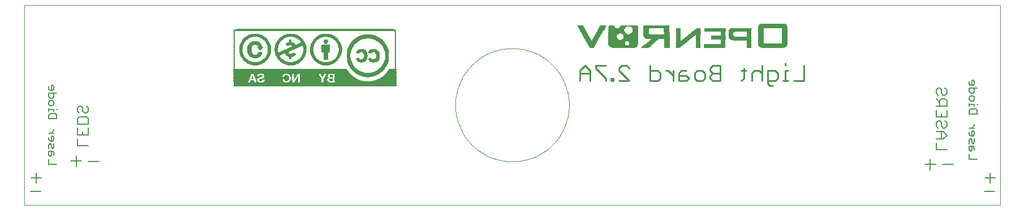
<source format=gbo>
G75*
G70*
%OFA0B0*%
%FSLAX24Y24*%
%IPPOS*%
%LPD*%
%AMOC8*
5,1,8,0,0,1.08239X$1,22.5*
%
%ADD10C,0.0000*%
%ADD11C,0.0080*%
%ADD12C,0.0070*%
%ADD13C,0.0100*%
%ADD14C,0.0050*%
%ADD15R,0.9570X0.0010*%
%ADD16R,0.9590X0.0010*%
%ADD17R,0.9600X0.0010*%
%ADD18R,0.6430X0.0010*%
%ADD19R,0.1400X0.0010*%
%ADD20R,0.1560X0.0010*%
%ADD21R,0.3630X0.0010*%
%ADD22R,0.0370X0.0010*%
%ADD23R,0.1300X0.0010*%
%ADD24R,0.0220X0.0010*%
%ADD25R,0.0260X0.0010*%
%ADD26R,0.1320X0.0010*%
%ADD27R,0.0140X0.0010*%
%ADD28R,0.0290X0.0010*%
%ADD29R,0.0870X0.0010*%
%ADD30R,0.0330X0.0010*%
%ADD31R,0.1280X0.0010*%
%ADD32R,0.0210X0.0010*%
%ADD33R,0.0230X0.0010*%
%ADD34R,0.1270X0.0010*%
%ADD35R,0.0110X0.0010*%
%ADD36R,0.0270X0.0010*%
%ADD37R,0.0300X0.0010*%
%ADD38R,0.1230X0.0010*%
%ADD39R,0.0100X0.0010*%
%ADD40R,0.0280X0.0010*%
%ADD41R,0.0200X0.0010*%
%ADD42R,0.0190X0.0010*%
%ADD43R,0.1210X0.0010*%
%ADD44R,0.0090X0.0010*%
%ADD45R,0.0250X0.0010*%
%ADD46R,0.0880X0.0010*%
%ADD47R,0.0180X0.0010*%
%ADD48R,0.1180X0.0010*%
%ADD49R,0.0080X0.0010*%
%ADD50R,0.0170X0.0010*%
%ADD51R,0.1160X0.0010*%
%ADD52R,0.1570X0.0010*%
%ADD53R,0.1850X0.0010*%
%ADD54R,0.0150X0.0010*%
%ADD55R,0.1140X0.0010*%
%ADD56R,0.0070X0.0010*%
%ADD57R,0.0890X0.0010*%
%ADD58R,0.1480X0.0010*%
%ADD59R,0.1750X0.0010*%
%ADD60R,0.0240X0.0010*%
%ADD61R,0.1120X0.0010*%
%ADD62R,0.0060X0.0010*%
%ADD63R,0.1420X0.0010*%
%ADD64R,0.1690X0.0010*%
%ADD65R,0.1110X0.0010*%
%ADD66R,0.0900X0.0010*%
%ADD67R,0.1370X0.0010*%
%ADD68R,0.1640X0.0010*%
%ADD69R,0.0130X0.0010*%
%ADD70R,0.1100X0.0010*%
%ADD71R,0.1330X0.0010*%
%ADD72R,0.1600X0.0010*%
%ADD73R,0.0160X0.0010*%
%ADD74R,0.0120X0.0010*%
%ADD75R,0.1090X0.0010*%
%ADD76R,0.1290X0.0010*%
%ADD77R,0.1080X0.0010*%
%ADD78R,0.0910X0.0010*%
%ADD79R,0.1250X0.0010*%
%ADD80R,0.1530X0.0010*%
%ADD81R,0.1220X0.0010*%
%ADD82R,0.1500X0.0010*%
%ADD83R,0.1060X0.0010*%
%ADD84R,0.1190X0.0010*%
%ADD85R,0.1470X0.0010*%
%ADD86R,0.0920X0.0010*%
%ADD87R,0.1170X0.0010*%
%ADD88R,0.1440X0.0010*%
%ADD89R,0.1050X0.0010*%
%ADD90R,0.0930X0.0010*%
%ADD91R,0.1390X0.0010*%
%ADD92R,0.1350X0.0010*%
%ADD93R,0.0010X0.0010*%
%ADD94R,0.0940X0.0010*%
%ADD95R,0.0020X0.0010*%
%ADD96R,0.1030X0.0010*%
%ADD97R,0.1310X0.0010*%
%ADD98R,0.1660X0.0010*%
%ADD99R,0.1010X0.0010*%
%ADD100R,0.0030X0.0010*%
%ADD101R,0.1630X0.0010*%
%ADD102R,0.0950X0.0010*%
%ADD103R,0.1000X0.0010*%
%ADD104R,0.0040X0.0010*%
%ADD105R,0.0980X0.0010*%
%ADD106R,0.1260X0.0010*%
%ADD107R,0.0960X0.0010*%
%ADD108R,0.1240X0.0010*%
%ADD109R,0.0050X0.0010*%
%ADD110R,0.1510X0.0010*%
%ADD111R,0.1200X0.0010*%
%ADD112R,0.0970X0.0010*%
%ADD113R,0.1460X0.0010*%
%ADD114R,0.0850X0.0010*%
%ADD115R,0.1130X0.0010*%
%ADD116R,0.1450X0.0010*%
%ADD117R,0.0990X0.0010*%
%ADD118R,0.0840X0.0010*%
%ADD119R,0.0830X0.0010*%
%ADD120R,0.1430X0.0010*%
%ADD121R,0.0410X0.0010*%
%ADD122R,0.0810X0.0010*%
%ADD123R,0.0430X0.0010*%
%ADD124R,0.0800X0.0010*%
%ADD125R,0.0540X0.0010*%
%ADD126R,0.1070X0.0010*%
%ADD127R,0.0450X0.0010*%
%ADD128R,0.0790X0.0010*%
%ADD129R,0.0620X0.0010*%
%ADD130R,0.0770X0.0010*%
%ADD131R,0.0700X0.0010*%
%ADD132R,0.0760X0.0010*%
%ADD133R,0.1040X0.0010*%
%ADD134R,0.0750X0.0010*%
%ADD135R,0.0820X0.0010*%
%ADD136R,0.0740X0.0010*%
%ADD137R,0.1020X0.0010*%
%ADD138R,0.0730X0.0010*%
%ADD139R,0.1150X0.0010*%
%ADD140R,0.0720X0.0010*%
%ADD141R,0.0710X0.0010*%
%ADD142R,0.0690X0.0010*%
%ADD143R,0.0680X0.0010*%
%ADD144R,0.0670X0.0010*%
%ADD145R,0.0660X0.0010*%
%ADD146R,0.0650X0.0010*%
%ADD147R,0.0640X0.0010*%
%ADD148R,0.0630X0.0010*%
%ADD149R,0.0320X0.0010*%
%ADD150R,0.1340X0.0010*%
%ADD151R,0.0360X0.0010*%
%ADD152R,0.0610X0.0010*%
%ADD153R,0.1380X0.0010*%
%ADD154R,0.3720X0.0010*%
%ADD155R,0.1590X0.0010*%
%ADD156R,0.0600X0.0010*%
%ADD157R,0.6850X0.0010*%
%ADD158R,0.0590X0.0010*%
%ADD159R,0.6840X0.0010*%
%ADD160R,0.0580X0.0010*%
%ADD161R,0.6830X0.0010*%
%ADD162R,0.0550X0.0010*%
%ADD163R,0.6820X0.0010*%
%ADD164R,0.0570X0.0010*%
%ADD165R,0.0510X0.0010*%
%ADD166R,0.0520X0.0010*%
%ADD167R,0.0560X0.0010*%
%ADD168R,0.0490X0.0010*%
%ADD169R,0.6810X0.0010*%
%ADD170R,0.0460X0.0010*%
%ADD171R,0.0470X0.0010*%
%ADD172R,0.6800X0.0010*%
%ADD173R,0.6790X0.0010*%
%ADD174R,0.0440X0.0010*%
%ADD175R,0.6780X0.0010*%
%ADD176R,0.0530X0.0010*%
%ADD177R,0.0420X0.0010*%
%ADD178R,0.6770X0.0010*%
%ADD179R,0.0400X0.0010*%
%ADD180R,0.6760X0.0010*%
%ADD181R,0.0390X0.0010*%
%ADD182R,0.0500X0.0010*%
%ADD183R,0.0380X0.0010*%
%ADD184R,0.6750X0.0010*%
%ADD185R,0.6740X0.0010*%
%ADD186R,0.6730X0.0010*%
%ADD187R,0.0480X0.0010*%
%ADD188R,0.0350X0.0010*%
%ADD189R,0.6720X0.0010*%
%ADD190R,0.0340X0.0010*%
%ADD191R,0.6710X0.0010*%
%ADD192R,0.6700X0.0010*%
%ADD193R,0.6690X0.0010*%
%ADD194R,0.6680X0.0010*%
%ADD195R,0.0310X0.0010*%
%ADD196R,0.0780X0.0010*%
%ADD197R,0.0860X0.0010*%
%ADD198R,0.1360X0.0010*%
%ADD199R,0.9530X0.0010*%
%ADD200R,0.9520X0.0010*%
%ADD201R,0.9510X0.0010*%
%ADD202R,0.9490X0.0010*%
%ADD203R,0.9460X0.0010*%
%ADD204R,0.9430X0.0010*%
%ADD205R,0.9390X0.0010*%
%ADD206R,0.9350X0.0010*%
%ADD207R,0.9230X0.0010*%
%ADD208R,0.1490X0.0010*%
%ADD209R,0.1520X0.0010*%
%ADD210R,0.1550X0.0010*%
%ADD211R,0.1580X0.0010*%
%ADD212R,0.1610X0.0010*%
%ADD213R,0.1620X0.0010*%
%ADD214R,0.1650X0.0010*%
%ADD215R,0.1670X0.0010*%
%ADD216R,0.1680X0.0010*%
%ADD217R,0.1700X0.0010*%
%ADD218R,0.1710X0.0010*%
%ADD219R,0.1720X0.0010*%
%ADD220R,0.1730X0.0010*%
%ADD221R,0.1740X0.0010*%
%ADD222R,0.1540X0.0010*%
D10*
X000350Y000280D02*
X057830Y000280D01*
X057830Y012091D01*
X000350Y012091D01*
X000350Y000280D01*
X025744Y006186D02*
X025748Y006350D01*
X025760Y006514D01*
X025780Y006677D01*
X025808Y006839D01*
X025844Y006999D01*
X025888Y007157D01*
X025940Y007313D01*
X025999Y007466D01*
X026065Y007617D01*
X026139Y007763D01*
X026220Y007906D01*
X026308Y008045D01*
X026402Y008179D01*
X026504Y008309D01*
X026611Y008433D01*
X026724Y008552D01*
X026843Y008665D01*
X026967Y008772D01*
X027097Y008874D01*
X027231Y008968D01*
X027370Y009056D01*
X027513Y009137D01*
X027659Y009211D01*
X027810Y009277D01*
X027963Y009336D01*
X028119Y009388D01*
X028277Y009432D01*
X028437Y009468D01*
X028599Y009496D01*
X028762Y009516D01*
X028926Y009528D01*
X029090Y009532D01*
X029254Y009528D01*
X029418Y009516D01*
X029581Y009496D01*
X029743Y009468D01*
X029903Y009432D01*
X030061Y009388D01*
X030217Y009336D01*
X030370Y009277D01*
X030521Y009211D01*
X030667Y009137D01*
X030810Y009056D01*
X030949Y008968D01*
X031083Y008874D01*
X031213Y008772D01*
X031337Y008665D01*
X031456Y008552D01*
X031569Y008433D01*
X031676Y008309D01*
X031778Y008179D01*
X031872Y008045D01*
X031960Y007906D01*
X032041Y007763D01*
X032115Y007617D01*
X032181Y007466D01*
X032240Y007313D01*
X032292Y007157D01*
X032336Y006999D01*
X032372Y006839D01*
X032400Y006677D01*
X032420Y006514D01*
X032432Y006350D01*
X032436Y006186D01*
X032432Y006022D01*
X032420Y005858D01*
X032400Y005695D01*
X032372Y005533D01*
X032336Y005373D01*
X032292Y005215D01*
X032240Y005059D01*
X032181Y004906D01*
X032115Y004755D01*
X032041Y004609D01*
X031960Y004466D01*
X031872Y004327D01*
X031778Y004193D01*
X031676Y004063D01*
X031569Y003939D01*
X031456Y003820D01*
X031337Y003707D01*
X031213Y003600D01*
X031083Y003498D01*
X030949Y003404D01*
X030810Y003316D01*
X030667Y003235D01*
X030521Y003161D01*
X030370Y003095D01*
X030217Y003036D01*
X030061Y002984D01*
X029903Y002940D01*
X029743Y002904D01*
X029581Y002876D01*
X029418Y002856D01*
X029254Y002844D01*
X029090Y002840D01*
X028926Y002844D01*
X028762Y002856D01*
X028599Y002876D01*
X028437Y002904D01*
X028277Y002940D01*
X028119Y002984D01*
X027963Y003036D01*
X027810Y003095D01*
X027659Y003161D01*
X027513Y003235D01*
X027370Y003316D01*
X027231Y003404D01*
X027097Y003498D01*
X026967Y003600D01*
X026843Y003707D01*
X026724Y003820D01*
X026611Y003939D01*
X026504Y004063D01*
X026402Y004193D01*
X026308Y004327D01*
X026220Y004466D01*
X026139Y004609D01*
X026065Y004755D01*
X025999Y004906D01*
X025940Y005059D01*
X025888Y005215D01*
X025844Y005373D01*
X025808Y005533D01*
X025780Y005695D01*
X025760Y005858D01*
X025748Y006022D01*
X025744Y006186D01*
D11*
X004740Y002866D02*
X004126Y002866D01*
X003709Y002868D02*
X003096Y002868D01*
X003402Y003175D02*
X003402Y002561D01*
X001038Y002189D02*
X001038Y001575D01*
X001345Y001882D02*
X000731Y001882D01*
X000700Y001098D02*
X001314Y001098D01*
X053418Y002669D02*
X054031Y002669D01*
X054449Y002669D02*
X055063Y002669D01*
X053725Y002976D02*
X053725Y002362D01*
X056932Y001882D02*
X057546Y001882D01*
X057239Y002189D02*
X057239Y001575D01*
X057515Y001098D02*
X056901Y001098D01*
D12*
X054700Y003543D02*
X054069Y003543D01*
X054069Y003963D01*
X054069Y004187D02*
X054490Y004187D01*
X054700Y004397D01*
X054490Y004607D01*
X054069Y004607D01*
X054385Y004607D02*
X054385Y004187D01*
X054490Y004832D02*
X054385Y004937D01*
X054385Y005147D01*
X054280Y005252D01*
X054175Y005252D01*
X054069Y005147D01*
X054069Y004937D01*
X054175Y004832D01*
X054490Y004832D02*
X054595Y004832D01*
X054700Y004937D01*
X054700Y005147D01*
X054595Y005252D01*
X054700Y005476D02*
X054069Y005476D01*
X054069Y005897D01*
X054069Y006121D02*
X054700Y006121D01*
X054700Y006436D01*
X054595Y006541D01*
X054385Y006541D01*
X054280Y006436D01*
X054280Y006121D01*
X054700Y005897D02*
X054700Y005476D01*
X054385Y005476D02*
X054385Y005686D01*
X054280Y006331D02*
X054069Y006541D01*
X054175Y006765D02*
X054069Y006870D01*
X054069Y007081D01*
X054175Y007186D01*
X054280Y007186D01*
X054385Y007081D01*
X054385Y006870D01*
X054490Y006765D01*
X054595Y006765D01*
X054700Y006870D01*
X054700Y007081D01*
X054595Y007186D01*
X004109Y006027D02*
X004109Y005817D01*
X004004Y005712D01*
X003899Y005712D01*
X003794Y005817D01*
X003794Y006027D01*
X003689Y006132D01*
X003584Y006132D01*
X003479Y006027D01*
X003479Y005817D01*
X003584Y005712D01*
X003584Y005487D02*
X004004Y005487D01*
X004109Y005382D01*
X004109Y005067D01*
X003479Y005067D01*
X003479Y005382D01*
X003584Y005487D01*
X003479Y004843D02*
X003479Y004423D01*
X004109Y004423D01*
X004109Y004843D01*
X003794Y004633D02*
X003794Y004423D01*
X003479Y004198D02*
X003479Y003778D01*
X004109Y003778D01*
X004109Y006027D02*
X004004Y006132D01*
D13*
X033080Y007613D02*
X033080Y008214D01*
X033380Y008514D01*
X033681Y008214D01*
X033681Y007613D01*
X034001Y008364D02*
X034601Y007764D01*
X034601Y007613D01*
X034912Y007613D02*
X034912Y007764D01*
X035062Y007764D01*
X035062Y007613D01*
X034912Y007613D01*
X035382Y007613D02*
X035983Y007613D01*
X035382Y008214D01*
X035382Y008364D01*
X035532Y008514D01*
X035833Y008514D01*
X035983Y008364D01*
X034601Y008514D02*
X034001Y008514D01*
X034001Y008364D01*
X033681Y008064D02*
X033080Y008064D01*
X037224Y008214D02*
X037674Y008214D01*
X037824Y008064D01*
X037824Y007764D01*
X037674Y007613D01*
X037224Y007613D01*
X037224Y008514D01*
X038141Y008214D02*
X038291Y008214D01*
X038592Y007914D01*
X038912Y007914D02*
X039362Y007914D01*
X039512Y007764D01*
X039362Y007613D01*
X038912Y007613D01*
X038912Y008064D01*
X039062Y008214D01*
X039362Y008214D01*
X039833Y008064D02*
X039983Y008214D01*
X040283Y008214D01*
X040433Y008064D01*
X040433Y007764D01*
X040283Y007613D01*
X039983Y007613D01*
X039833Y007764D01*
X039833Y008064D01*
X040753Y008214D02*
X040904Y008064D01*
X041354Y008064D01*
X040904Y008064D02*
X040753Y007914D01*
X040753Y007764D01*
X040904Y007613D01*
X041354Y007613D01*
X041354Y008514D01*
X040904Y008514D01*
X040753Y008364D01*
X040753Y008214D01*
X042588Y008214D02*
X042889Y008214D01*
X043209Y008064D02*
X043209Y007613D01*
X042738Y007764D02*
X042588Y007613D01*
X042738Y007764D02*
X042738Y008364D01*
X043209Y008064D02*
X043359Y008214D01*
X043659Y008214D01*
X043809Y008064D01*
X044130Y008214D02*
X044580Y008214D01*
X044730Y008064D01*
X044730Y007764D01*
X044580Y007613D01*
X044130Y007613D01*
X043809Y007613D02*
X043809Y008514D01*
X045194Y008514D02*
X045194Y008664D01*
X046265Y008514D02*
X046265Y007613D01*
X045664Y007613D01*
X045344Y007613D02*
X045044Y007613D01*
X045194Y007613D02*
X045194Y008214D01*
X045344Y008214D01*
X044130Y008214D02*
X044130Y007463D01*
X044280Y007313D01*
X044430Y007313D01*
X038592Y007613D02*
X038592Y008214D01*
D14*
X056028Y007580D02*
X056028Y007429D01*
X056103Y007354D01*
X056253Y007354D01*
X056328Y007429D01*
X056328Y007580D01*
X056253Y007655D01*
X056178Y007655D01*
X056178Y007354D01*
X056028Y007194D02*
X056028Y006969D01*
X056103Y006894D01*
X056253Y006894D01*
X056328Y006969D01*
X056328Y007194D01*
X056478Y007194D02*
X056028Y007194D01*
X056103Y006734D02*
X056253Y006734D01*
X056328Y006659D01*
X056328Y006509D01*
X056253Y006434D01*
X056103Y006434D01*
X056028Y006509D01*
X056028Y006659D01*
X056103Y006734D01*
X056028Y006277D02*
X056028Y006127D01*
X056028Y006202D02*
X056328Y006202D01*
X056328Y006127D01*
X056478Y006202D02*
X056553Y006202D01*
X056403Y005966D02*
X056103Y005966D01*
X056028Y005891D01*
X056028Y005666D01*
X056478Y005666D01*
X056478Y005891D01*
X056403Y005966D01*
X056328Y005047D02*
X056328Y004972D01*
X056178Y004822D01*
X056028Y004822D02*
X056328Y004822D01*
X056253Y004662D02*
X056178Y004662D01*
X056178Y004362D01*
X056103Y004362D02*
X056253Y004362D01*
X056328Y004437D01*
X056328Y004587D01*
X056253Y004662D01*
X056028Y004587D02*
X056028Y004437D01*
X056103Y004362D01*
X056103Y004202D02*
X056178Y004127D01*
X056178Y003976D01*
X056253Y003901D01*
X056328Y003976D01*
X056328Y004202D01*
X056103Y004202D02*
X056028Y004127D01*
X056028Y003901D01*
X056028Y003741D02*
X056028Y003516D01*
X056103Y003441D01*
X056178Y003516D01*
X056178Y003741D01*
X056253Y003741D02*
X056028Y003741D01*
X056253Y003741D02*
X056328Y003666D01*
X056328Y003516D01*
X056028Y003281D02*
X056028Y002981D01*
X056478Y002981D01*
X002246Y002685D02*
X001796Y002685D01*
X001796Y002986D01*
X001871Y003146D02*
X001946Y003221D01*
X001946Y003446D01*
X002021Y003446D02*
X001796Y003446D01*
X001796Y003221D01*
X001871Y003146D01*
X002096Y003221D02*
X002096Y003371D01*
X002021Y003446D01*
X002021Y003606D02*
X002096Y003681D01*
X002096Y003906D01*
X001946Y003831D02*
X001946Y003681D01*
X002021Y003606D01*
X001796Y003606D02*
X001796Y003831D01*
X001871Y003906D01*
X001946Y003831D01*
X001946Y004066D02*
X001946Y004367D01*
X002021Y004367D01*
X002096Y004292D01*
X002096Y004142D01*
X002021Y004066D01*
X001871Y004066D01*
X001796Y004142D01*
X001796Y004292D01*
X001796Y004527D02*
X002096Y004527D01*
X001946Y004527D02*
X002096Y004677D01*
X002096Y004752D01*
X002246Y005371D02*
X002246Y005596D01*
X002171Y005671D01*
X001871Y005671D01*
X001796Y005596D01*
X001796Y005371D01*
X002246Y005371D01*
X002096Y005831D02*
X002096Y005906D01*
X001796Y005906D01*
X001796Y005831D02*
X001796Y005981D01*
X002246Y005906D02*
X002321Y005906D01*
X002021Y006138D02*
X001871Y006138D01*
X001796Y006213D01*
X001796Y006363D01*
X001871Y006439D01*
X002021Y006439D01*
X002096Y006363D01*
X002096Y006213D01*
X002021Y006138D01*
X002021Y006599D02*
X002096Y006674D01*
X002096Y006899D01*
X002246Y006899D02*
X001796Y006899D01*
X001796Y006674D01*
X001871Y006599D01*
X002021Y006599D01*
X002021Y007059D02*
X002096Y007134D01*
X002096Y007284D01*
X002021Y007359D01*
X001946Y007359D01*
X001946Y007059D01*
X001871Y007059D02*
X002021Y007059D01*
X001871Y007059D02*
X001796Y007134D01*
X001796Y007284D01*
D15*
X017464Y007294D03*
D16*
X017464Y007304D03*
X017464Y007314D03*
X017464Y007324D03*
D17*
X017469Y007334D03*
X017469Y007344D03*
X017469Y007354D03*
X017469Y007364D03*
X017469Y007374D03*
X017469Y007384D03*
X017469Y007394D03*
X017469Y007404D03*
X017469Y007414D03*
X017469Y007424D03*
X017469Y007434D03*
X017469Y007444D03*
X017469Y007454D03*
X017469Y007464D03*
X017469Y007474D03*
D18*
X019054Y007484D03*
D19*
X020589Y008044D03*
X015039Y007484D03*
X037666Y010110D03*
D20*
X044446Y009600D03*
X019419Y007604D03*
X015149Y007734D03*
X013449Y007484D03*
D21*
X020454Y007494D03*
X020454Y007504D03*
X020454Y007514D03*
X020454Y007524D03*
X020454Y007534D03*
X020454Y007544D03*
D22*
X018164Y007494D03*
X019894Y008194D03*
X019904Y008184D03*
X021274Y008184D03*
X021284Y008194D03*
X020934Y008734D03*
X020214Y008734D03*
X020204Y009424D03*
X020924Y009424D03*
X021274Y009974D03*
X021264Y009984D03*
X021294Y009964D03*
X019894Y009974D03*
X019884Y009964D03*
X018124Y010354D03*
X016014Y009834D03*
X016714Y009794D03*
X016414Y008714D03*
X016034Y008534D03*
X015654Y008714D03*
X014334Y008714D03*
X013564Y008714D03*
X014114Y007824D03*
X034311Y010600D03*
X034331Y010630D03*
X034341Y010650D03*
X034371Y010700D03*
X034381Y010720D03*
X034411Y010770D03*
X034421Y010790D03*
X034461Y010860D03*
X034951Y010750D03*
X035661Y010810D03*
X036311Y010750D03*
X036321Y010430D03*
X037001Y010340D03*
X040001Y010570D03*
X038931Y009690D03*
D23*
X042526Y010120D03*
X042526Y010130D03*
X042526Y010140D03*
X042536Y010610D03*
X020589Y010154D03*
X017219Y007494D03*
D24*
X016359Y007494D03*
X018089Y007604D03*
X018089Y007614D03*
X018089Y007624D03*
X018089Y007634D03*
X018089Y007644D03*
X018089Y007654D03*
X018089Y007664D03*
X018089Y007674D03*
X018089Y007684D03*
X018089Y007694D03*
X018099Y007714D03*
X018109Y007724D03*
X018109Y007734D03*
X018119Y007744D03*
X018149Y007804D03*
X018419Y007654D03*
X018419Y007644D03*
X018279Y008024D03*
X017919Y008004D03*
X017919Y007994D03*
X016349Y008014D03*
X014289Y007654D03*
X014289Y007644D03*
X014049Y007784D03*
X013989Y007944D03*
X013949Y008524D03*
X014579Y008894D03*
X014589Y008904D03*
X014599Y008914D03*
X014609Y008924D03*
X014619Y008944D03*
X014629Y008954D03*
X015359Y008944D03*
X015369Y008934D03*
X015379Y008924D03*
X016689Y008924D03*
X016699Y008934D03*
X016709Y008944D03*
X017449Y008934D03*
X017459Y008924D03*
X017469Y008914D03*
X018769Y008914D03*
X018779Y008924D03*
X018789Y008934D03*
X019459Y008954D03*
X019459Y008964D03*
X019459Y008974D03*
X019459Y008984D03*
X019459Y008994D03*
X019459Y009004D03*
X019459Y009014D03*
X019459Y009024D03*
X019459Y009134D03*
X019459Y009144D03*
X019459Y009154D03*
X019459Y009164D03*
X019459Y009174D03*
X019459Y009184D03*
X019459Y009194D03*
X019459Y009204D03*
X019469Y009254D03*
X019469Y009264D03*
X019469Y009274D03*
X020449Y009214D03*
X020449Y009204D03*
X020459Y009184D03*
X020459Y009174D03*
X020459Y009164D03*
X020459Y009154D03*
X020459Y009144D03*
X020469Y009134D03*
X020469Y009124D03*
X020469Y009114D03*
X020469Y009104D03*
X020469Y009094D03*
X020469Y009084D03*
X020469Y009074D03*
X020469Y009064D03*
X020469Y009054D03*
X020469Y009044D03*
X020469Y009034D03*
X020469Y009024D03*
X020459Y009004D03*
X020459Y008994D03*
X020459Y008984D03*
X020459Y008974D03*
X020449Y008954D03*
X020449Y008944D03*
X019989Y008884D03*
X019469Y008884D03*
X019469Y008894D03*
X020209Y008704D03*
X020929Y008704D03*
X021719Y008934D03*
X021729Y009044D03*
X021729Y009054D03*
X021729Y009064D03*
X021729Y009074D03*
X021729Y009084D03*
X021729Y009094D03*
X021729Y009104D03*
X021729Y009114D03*
X021719Y009224D03*
X021189Y009134D03*
X021189Y009124D03*
X021189Y009114D03*
X021189Y009104D03*
X021189Y009094D03*
X021189Y009084D03*
X021189Y009074D03*
X021189Y009064D03*
X021189Y009054D03*
X021189Y009044D03*
X021189Y009034D03*
X021189Y009024D03*
X021179Y008984D03*
X021179Y008974D03*
X021179Y009174D03*
X021179Y009184D03*
X021169Y009214D03*
X020929Y009454D03*
X018789Y009954D03*
X018779Y009964D03*
X018769Y009974D03*
X017479Y009984D03*
X017469Y009974D03*
X017459Y009964D03*
X017449Y009954D03*
X016719Y009934D03*
X016709Y009944D03*
X016699Y009964D03*
X016689Y009974D03*
X016679Y009984D03*
X016669Y009994D03*
X015399Y009994D03*
X015389Y009984D03*
X015379Y009974D03*
X015369Y009964D03*
X014619Y009954D03*
X014609Y009964D03*
X014599Y009974D03*
X014239Y009614D03*
X013289Y009964D03*
X013279Y009954D03*
X013269Y009944D03*
X015839Y009204D03*
X013299Y008914D03*
X013289Y008924D03*
X013279Y008934D03*
X038856Y009570D03*
X040076Y010690D03*
D25*
X038876Y010690D03*
X038876Y010700D03*
X038876Y010680D03*
X038876Y010670D03*
X038876Y010660D03*
X038876Y010650D03*
X038876Y010640D03*
X038876Y010630D03*
X038876Y010620D03*
X038876Y010610D03*
X038876Y010600D03*
X038876Y010590D03*
X038876Y010580D03*
X038876Y010570D03*
X038876Y010560D03*
X038876Y010550D03*
X038876Y010540D03*
X038876Y010530D03*
X038876Y010520D03*
X038876Y010510D03*
X038876Y010500D03*
X038876Y010490D03*
X038876Y010480D03*
X038876Y010470D03*
X038876Y010460D03*
X038876Y010450D03*
X038876Y010440D03*
X038876Y010430D03*
X038876Y010420D03*
X038876Y010410D03*
X038876Y010400D03*
X038876Y010390D03*
X038876Y010380D03*
X038876Y010370D03*
X038876Y010360D03*
X038876Y010350D03*
X038876Y010340D03*
X038876Y010330D03*
X038876Y010320D03*
X038876Y010310D03*
X038876Y010300D03*
X038876Y010290D03*
X038876Y010280D03*
X038876Y010270D03*
X038876Y010260D03*
X038876Y010250D03*
X038876Y010240D03*
X038876Y010230D03*
X038876Y010220D03*
X038876Y010210D03*
X038876Y010200D03*
X038876Y010190D03*
X038876Y010180D03*
X038876Y010170D03*
X038876Y010160D03*
X038876Y010150D03*
X038876Y010140D03*
X038876Y010130D03*
X038876Y010120D03*
X038876Y010110D03*
X038876Y010100D03*
X038876Y010090D03*
X038876Y010080D03*
X038876Y010070D03*
X038876Y010060D03*
X038876Y010050D03*
X038876Y010040D03*
X038876Y010030D03*
X038876Y010020D03*
X038876Y010010D03*
X038876Y010000D03*
X038876Y009990D03*
X038876Y009980D03*
X038876Y009970D03*
X038876Y009960D03*
X038876Y009950D03*
X038876Y009940D03*
X038876Y009600D03*
X040056Y010320D03*
X041996Y010320D03*
X041996Y010330D03*
X041996Y010340D03*
X041996Y010350D03*
X041996Y010360D03*
X041996Y010370D03*
X041996Y010380D03*
X041996Y010390D03*
X041996Y010400D03*
X041996Y010410D03*
X041996Y010420D03*
X041996Y010430D03*
X041996Y010440D03*
X041996Y010450D03*
X041996Y010310D03*
X041996Y010300D03*
X041996Y010290D03*
X041996Y010280D03*
X041996Y010270D03*
X041996Y010260D03*
X035736Y010350D03*
X035646Y010400D03*
X033776Y009580D03*
X021619Y009564D03*
X021609Y009584D03*
X021599Y009594D03*
X021599Y009604D03*
X021589Y009614D03*
X021589Y009624D03*
X021579Y009634D03*
X021569Y009654D03*
X021119Y009284D03*
X020739Y009294D03*
X020399Y009284D03*
X020019Y009294D03*
X019559Y009564D03*
X019569Y009584D03*
X019579Y009604D03*
X019589Y009614D03*
X019589Y009624D03*
X019599Y009634D03*
X019599Y009644D03*
X019609Y009654D03*
X018659Y010084D03*
X018649Y010094D03*
X017579Y010084D03*
X017569Y010074D03*
X016749Y009834D03*
X016189Y009704D03*
X016579Y010084D03*
X016589Y010074D03*
X015489Y010084D03*
X015479Y010074D03*
X014489Y010084D03*
X014479Y010094D03*
X013409Y010084D03*
X013949Y010364D03*
X014189Y009704D03*
X013679Y009704D03*
X013669Y009694D03*
X013659Y009684D03*
X013659Y009194D03*
X013669Y009184D03*
X014199Y009164D03*
X014209Y009174D03*
X015299Y009104D03*
X015489Y008814D03*
X015499Y008804D03*
X016569Y008804D03*
X016579Y008814D03*
X017559Y008824D03*
X017569Y008814D03*
X017579Y008804D03*
X018119Y008524D03*
X018659Y008804D03*
X018669Y008814D03*
X019579Y008554D03*
X019589Y008534D03*
X019599Y008524D03*
X019599Y008514D03*
X019609Y008504D03*
X019619Y008484D03*
X020019Y008864D03*
X020399Y008874D03*
X021619Y008594D03*
X021609Y008574D03*
X021599Y008564D03*
X021599Y008554D03*
X021589Y008544D03*
X021589Y008534D03*
X021579Y008524D03*
X021569Y008504D03*
X018159Y007784D03*
X018109Y007544D03*
X017919Y008024D03*
X015799Y007694D03*
X016009Y007494D03*
X013999Y007984D03*
X013399Y008814D03*
X013389Y008824D03*
D26*
X015039Y007494D03*
X020589Y008014D03*
X020589Y010144D03*
X042526Y010510D03*
X042526Y010520D03*
X042526Y010530D03*
X042526Y010540D03*
X042526Y010550D03*
X042526Y010560D03*
X042526Y010570D03*
D27*
X018239Y008014D03*
X018159Y007874D03*
X017919Y007934D03*
X016399Y007624D03*
X016059Y007574D03*
X016059Y007934D03*
X016059Y007944D03*
X016309Y007894D03*
X016309Y007884D03*
X014289Y007924D03*
X014029Y007744D03*
X014119Y007494D03*
X014279Y007584D03*
D28*
X013794Y007494D03*
X014004Y007994D03*
X014424Y008764D03*
X013454Y008774D03*
X013694Y009154D03*
X014174Y009144D03*
X014254Y009534D03*
X014164Y009724D03*
X013704Y009724D03*
X014434Y010124D03*
X015544Y010124D03*
X016524Y010124D03*
X017634Y010124D03*
X018604Y010124D03*
X019674Y009754D03*
X019684Y009764D03*
X019694Y009774D03*
X021484Y009774D03*
X021494Y009764D03*
X021504Y009744D03*
X021514Y009734D03*
X018124Y009284D03*
X018124Y009274D03*
X018124Y009264D03*
X018124Y009254D03*
X018124Y009244D03*
X018124Y009234D03*
X018124Y009224D03*
X018124Y009214D03*
X018124Y009204D03*
X018124Y009194D03*
X018124Y009184D03*
X018124Y009174D03*
X018124Y009164D03*
X018124Y009154D03*
X018124Y009144D03*
X018124Y009134D03*
X018124Y009124D03*
X018124Y009114D03*
X018124Y009104D03*
X018124Y009094D03*
X018124Y009084D03*
X018124Y009074D03*
X018124Y009064D03*
X018124Y009054D03*
X018124Y009044D03*
X018124Y009034D03*
X018124Y009024D03*
X018124Y009014D03*
X018124Y009004D03*
X018124Y008994D03*
X018124Y008984D03*
X018124Y008974D03*
X018124Y008964D03*
X018124Y008954D03*
X018124Y008944D03*
X018124Y008934D03*
X018124Y008924D03*
X018124Y008914D03*
X018124Y008904D03*
X018124Y008894D03*
X018124Y008884D03*
X018124Y008874D03*
X018124Y008864D03*
X018124Y008854D03*
X018604Y008764D03*
X017634Y008764D03*
X016514Y008764D03*
X015554Y008764D03*
X015874Y009184D03*
X019674Y008404D03*
X019684Y008394D03*
X019694Y008384D03*
X020934Y008714D03*
X021104Y008864D03*
X020384Y008864D03*
X021474Y008374D03*
X021484Y008384D03*
X021494Y008394D03*
X021494Y008404D03*
X021504Y008414D03*
X021514Y008424D03*
X020594Y007834D03*
X034941Y010830D03*
X035761Y010340D03*
X040041Y010630D03*
X042011Y010220D03*
X043041Y010500D03*
D29*
X036071Y010310D03*
X036071Y010300D03*
X036071Y010100D03*
X021834Y007804D03*
X020594Y007904D03*
X016034Y008624D03*
X013104Y007514D03*
X013104Y007504D03*
X013104Y007494D03*
D30*
X014094Y007814D03*
X018144Y007504D03*
X019784Y008284D03*
X019794Y008274D03*
X019804Y008264D03*
X021374Y008264D03*
X020934Y008724D03*
X020214Y008724D03*
X018554Y008734D03*
X017684Y008734D03*
X016464Y008734D03*
X015604Y008734D03*
X014374Y008734D03*
X013954Y008964D03*
X014254Y009554D03*
X013734Y009734D03*
X013944Y009904D03*
X015614Y010164D03*
X016454Y010164D03*
X016474Y010154D03*
X017684Y010154D03*
X019804Y009894D03*
X019814Y009904D03*
X019824Y009914D03*
X021364Y009904D03*
X021374Y009894D03*
X021384Y009884D03*
X021394Y009874D03*
X020204Y009434D03*
X033771Y009640D03*
X036981Y010390D03*
X036981Y010400D03*
X036981Y010410D03*
X036981Y010420D03*
X036981Y010430D03*
X036981Y010440D03*
X036981Y010450D03*
X036981Y010460D03*
X036991Y010670D03*
X036991Y010680D03*
X036341Y010670D03*
X036341Y010660D03*
X036341Y010650D03*
X036341Y010640D03*
X036341Y010520D03*
X036341Y010510D03*
X036341Y010500D03*
X035621Y010770D03*
X035601Y010750D03*
X035591Y010740D03*
X034941Y010790D03*
X038201Y010460D03*
X038201Y010450D03*
X038201Y010440D03*
X038201Y010430D03*
X038201Y010420D03*
X038201Y010410D03*
X038201Y010400D03*
X038201Y010390D03*
X038201Y010380D03*
X038201Y010370D03*
X038201Y010360D03*
X038201Y010350D03*
X038201Y010340D03*
X038201Y010330D03*
X038201Y010320D03*
X038201Y010080D03*
X038201Y010070D03*
X038201Y010060D03*
X038201Y010050D03*
X038201Y010040D03*
X038201Y010030D03*
X038201Y010020D03*
X038201Y010010D03*
X038201Y010000D03*
X038201Y009990D03*
X038201Y009980D03*
X038201Y009970D03*
X038201Y009960D03*
X038201Y009950D03*
X038201Y009940D03*
X038201Y009930D03*
X038201Y009920D03*
X038201Y009910D03*
X038201Y009900D03*
X038201Y009890D03*
X038201Y009880D03*
X038201Y009870D03*
X038201Y009860D03*
X038201Y009850D03*
X038201Y009840D03*
X038201Y009830D03*
X038201Y009820D03*
X038201Y009810D03*
X038201Y009800D03*
X038201Y009790D03*
X038201Y009780D03*
X038201Y009770D03*
X038201Y009760D03*
X038201Y009750D03*
X038201Y009740D03*
X038201Y009730D03*
X038201Y009720D03*
X038201Y009710D03*
X038201Y009700D03*
X038201Y009690D03*
X038201Y009680D03*
X038201Y009670D03*
X038201Y009660D03*
X038201Y009650D03*
X038201Y009640D03*
X038201Y009630D03*
X038201Y009620D03*
X038201Y009610D03*
X038201Y009600D03*
X038201Y009590D03*
X038201Y009580D03*
X038201Y009570D03*
X038201Y009560D03*
X038201Y009550D03*
X038911Y009660D03*
X042031Y010500D03*
X040021Y010600D03*
X045161Y010600D03*
X045161Y010610D03*
X045161Y010620D03*
X045161Y010630D03*
X045161Y010640D03*
X045161Y010650D03*
X045161Y010660D03*
X045161Y010670D03*
X045161Y010680D03*
X045161Y010590D03*
X045161Y010580D03*
X045161Y010570D03*
X045161Y010560D03*
X045161Y010550D03*
X045161Y010540D03*
X045161Y010530D03*
X045161Y010520D03*
X045161Y010510D03*
X045161Y010500D03*
X045161Y010490D03*
X045161Y010480D03*
X045161Y010470D03*
X045161Y010460D03*
X045161Y010450D03*
D31*
X042546Y010640D03*
X042536Y010090D03*
X042536Y010080D03*
X020589Y008004D03*
X017219Y007704D03*
X017219Y007694D03*
X017219Y007684D03*
X017219Y007674D03*
X017219Y007664D03*
X017219Y007654D03*
X017219Y007644D03*
X017219Y007634D03*
X017219Y007624D03*
X017219Y007614D03*
X017219Y007604D03*
X017219Y007594D03*
X017219Y007584D03*
X017219Y007574D03*
X017219Y007564D03*
X017219Y007554D03*
X017219Y007544D03*
X017219Y007534D03*
X017219Y007524D03*
X017219Y007514D03*
X017219Y007504D03*
D32*
X016364Y007504D03*
X016364Y007514D03*
X016024Y007514D03*
X015794Y007634D03*
X015794Y007874D03*
X015794Y007884D03*
X016024Y008004D03*
X016344Y008004D03*
X018424Y007694D03*
X018424Y007684D03*
X018424Y007674D03*
X018424Y007664D03*
X018424Y007634D03*
X018424Y007624D03*
X014294Y007664D03*
X014284Y007634D03*
X014284Y007624D03*
X013794Y007604D03*
X013794Y007594D03*
X013794Y007584D03*
X013994Y007934D03*
X014614Y008934D03*
X014634Y008964D03*
X014644Y008974D03*
X014664Y009004D03*
X015284Y009084D03*
X015334Y008974D03*
X015344Y008964D03*
X015354Y008954D03*
X016714Y008954D03*
X016724Y008964D03*
X016744Y008994D03*
X017414Y008984D03*
X017424Y008964D03*
X017434Y008954D03*
X017444Y008944D03*
X018794Y008944D03*
X018804Y008954D03*
X018814Y008964D03*
X018824Y008984D03*
X020004Y009274D03*
X020204Y009454D03*
X018824Y009904D03*
X018814Y009924D03*
X018804Y009934D03*
X018794Y009944D03*
X018124Y009984D03*
X018124Y009834D03*
X017444Y009944D03*
X017434Y009934D03*
X017424Y009914D03*
X017414Y009904D03*
X016764Y009854D03*
X016754Y009884D03*
X016734Y009914D03*
X016724Y009924D03*
X016704Y009954D03*
X015364Y009954D03*
X015354Y009944D03*
X015344Y009934D03*
X015344Y009924D03*
X015334Y009914D03*
X015314Y009884D03*
X014654Y009904D03*
X014644Y009914D03*
X014644Y009924D03*
X014634Y009934D03*
X014624Y009944D03*
X013264Y009934D03*
X013254Y009924D03*
X013234Y009894D03*
X014254Y009494D03*
X015824Y009224D03*
X015824Y009214D03*
X013274Y008944D03*
X013264Y008954D03*
X013254Y008964D03*
X013244Y008984D03*
X020714Y008884D03*
X038851Y009560D03*
D33*
X038861Y009580D03*
X033771Y009550D03*
X040071Y010680D03*
X021724Y009214D03*
X021724Y009204D03*
X021724Y009194D03*
X021724Y009184D03*
X021724Y009174D03*
X021724Y009164D03*
X021724Y009154D03*
X021724Y009144D03*
X021724Y009134D03*
X021724Y009124D03*
X021724Y009034D03*
X021724Y009024D03*
X021724Y009014D03*
X021724Y009004D03*
X021724Y008994D03*
X021724Y008984D03*
X021724Y008974D03*
X021724Y008964D03*
X021724Y008954D03*
X021724Y008944D03*
X021714Y008924D03*
X021714Y008914D03*
X021714Y008904D03*
X021714Y008894D03*
X021714Y008884D03*
X021714Y008874D03*
X021704Y008864D03*
X021704Y008854D03*
X021704Y008844D03*
X021704Y008834D03*
X021694Y008804D03*
X021694Y008794D03*
X021684Y008764D03*
X021174Y008954D03*
X021174Y008964D03*
X021164Y008944D03*
X021164Y008934D03*
X021184Y008994D03*
X021184Y009004D03*
X021184Y009014D03*
X021184Y009144D03*
X021184Y009154D03*
X021184Y009164D03*
X021174Y009194D03*
X021174Y009204D03*
X021164Y009224D03*
X021154Y009244D03*
X021684Y009394D03*
X021694Y009364D03*
X021694Y009354D03*
X021704Y009324D03*
X021704Y009314D03*
X021704Y009304D03*
X021704Y009294D03*
X021714Y009284D03*
X021714Y009274D03*
X021714Y009264D03*
X021714Y009254D03*
X021714Y009244D03*
X021714Y009234D03*
X020454Y009194D03*
X020444Y009224D03*
X020434Y009244D03*
X020464Y009014D03*
X020454Y008964D03*
X020444Y008934D03*
X020434Y008914D03*
X020724Y008874D03*
X020004Y008874D03*
X019504Y008734D03*
X019494Y008764D03*
X019494Y008774D03*
X019484Y008794D03*
X019484Y008804D03*
X019484Y008814D03*
X019484Y008824D03*
X019474Y008834D03*
X019474Y008844D03*
X019474Y008854D03*
X019474Y008864D03*
X019474Y008874D03*
X019464Y008904D03*
X019464Y008914D03*
X019464Y008924D03*
X019464Y008934D03*
X019464Y008944D03*
X019454Y009034D03*
X019454Y009044D03*
X019454Y009054D03*
X019454Y009064D03*
X019454Y009074D03*
X019454Y009084D03*
X019454Y009094D03*
X019454Y009104D03*
X019454Y009114D03*
X019454Y009124D03*
X019464Y009214D03*
X019464Y009224D03*
X019464Y009234D03*
X019464Y009244D03*
X019474Y009284D03*
X019474Y009294D03*
X019474Y009304D03*
X019474Y009314D03*
X019484Y009334D03*
X019484Y009344D03*
X019484Y009354D03*
X019494Y009374D03*
X019494Y009384D03*
X019494Y009394D03*
X019504Y009414D03*
X019504Y009424D03*
X018764Y008904D03*
X018754Y008894D03*
X018744Y008884D03*
X018734Y008874D03*
X018724Y008864D03*
X017514Y008864D03*
X017504Y008874D03*
X017494Y008884D03*
X017484Y008894D03*
X017474Y008904D03*
X016684Y008914D03*
X016674Y008904D03*
X016664Y008894D03*
X016654Y008884D03*
X016644Y008874D03*
X015414Y008884D03*
X015404Y008894D03*
X015394Y008904D03*
X015384Y008914D03*
X016034Y008524D03*
X016014Y008014D03*
X015794Y007864D03*
X016354Y008024D03*
X015794Y007654D03*
X015794Y007644D03*
X016014Y007504D03*
X013994Y007954D03*
X013994Y007964D03*
X013794Y007574D03*
X013794Y007564D03*
X013794Y007554D03*
X018094Y007584D03*
X018094Y007594D03*
X018094Y007704D03*
X018124Y007754D03*
X013334Y008874D03*
X013324Y008884D03*
X013314Y008894D03*
X013304Y008904D03*
X014234Y009214D03*
X014234Y009224D03*
X014244Y009244D03*
X014244Y009254D03*
X014244Y009264D03*
X014244Y009274D03*
X014254Y009294D03*
X013604Y009344D03*
X013604Y009524D03*
X013604Y009534D03*
X013604Y009544D03*
X013614Y009574D03*
X013614Y009584D03*
X013624Y009614D03*
X014224Y009654D03*
X014234Y009634D03*
X014234Y009624D03*
X014244Y009604D03*
X014244Y009594D03*
X014244Y009584D03*
X014254Y009504D03*
X014594Y009984D03*
X014584Y009994D03*
X014574Y010004D03*
X014564Y010014D03*
X014554Y010024D03*
X015404Y010004D03*
X015414Y010014D03*
X015424Y010024D03*
X016644Y010024D03*
X016654Y010014D03*
X016664Y010004D03*
X017484Y009994D03*
X017494Y010004D03*
X017504Y010014D03*
X017514Y010024D03*
X018124Y009974D03*
X018124Y009964D03*
X018124Y009864D03*
X018124Y009854D03*
X018124Y009844D03*
X018734Y010014D03*
X018744Y010004D03*
X018754Y009994D03*
X018764Y009984D03*
X018124Y010364D03*
X013324Y010004D03*
X013314Y009994D03*
X013304Y009984D03*
X013294Y009974D03*
D34*
X017214Y007724D03*
X017214Y007714D03*
X019274Y007724D03*
X015044Y007504D03*
X042541Y010070D03*
X042551Y010650D03*
D35*
X018124Y009794D03*
X016024Y009874D03*
X016024Y009884D03*
X016024Y009894D03*
X016024Y009904D03*
X016024Y009914D03*
X016024Y009924D03*
X016024Y009934D03*
X016024Y009944D03*
X016024Y009954D03*
X016024Y009964D03*
X016024Y009974D03*
X016024Y009984D03*
X016024Y009994D03*
X016024Y010004D03*
X014254Y009444D03*
X016024Y009024D03*
X016024Y009014D03*
X016024Y009004D03*
X016024Y008994D03*
X016024Y008984D03*
X016024Y008974D03*
X016024Y008964D03*
X016024Y008954D03*
X016024Y008944D03*
X016024Y008934D03*
X016024Y008924D03*
X016024Y008914D03*
X016024Y008904D03*
X016024Y008894D03*
X018204Y007984D03*
X018214Y007994D03*
X018184Y007954D03*
X018174Y007934D03*
X018174Y007924D03*
X018164Y007914D03*
X016414Y007674D03*
X016294Y007834D03*
X016294Y007844D03*
X016074Y007884D03*
X016074Y007894D03*
X015794Y007924D03*
X016074Y007624D03*
X016074Y007614D03*
X014294Y007934D03*
X013794Y007744D03*
X013794Y007734D03*
X014024Y007714D03*
X014024Y007704D03*
X014104Y007504D03*
D36*
X013794Y007504D03*
X013794Y007514D03*
X016004Y008024D03*
X018114Y007534D03*
X019644Y008444D03*
X019654Y008434D03*
X019634Y008464D03*
X019624Y008474D03*
X019614Y008494D03*
X018644Y008794D03*
X018634Y008784D03*
X018124Y008844D03*
X017594Y008794D03*
X016554Y008794D03*
X016544Y008784D03*
X014484Y008804D03*
X014474Y008794D03*
X013954Y008954D03*
X013424Y008794D03*
X013414Y008804D03*
X013684Y009164D03*
X013674Y009174D03*
X014194Y009154D03*
X014254Y009524D03*
X013944Y009914D03*
X014464Y010104D03*
X013414Y010094D03*
X015504Y010094D03*
X016034Y010364D03*
X016554Y010104D03*
X016564Y010094D03*
X017594Y010094D03*
X017604Y010104D03*
X018634Y010104D03*
X019634Y009694D03*
X019624Y009684D03*
X019624Y009674D03*
X019614Y009664D03*
X019654Y009724D03*
X021554Y009674D03*
X021564Y009664D03*
X021574Y009644D03*
X021124Y008874D03*
X021574Y008514D03*
X021564Y008494D03*
X021554Y008484D03*
X021544Y008464D03*
X021534Y008454D03*
X020594Y010324D03*
X033771Y009590D03*
X038881Y009610D03*
X042001Y010240D03*
X042001Y010250D03*
X042001Y010460D03*
X042001Y010470D03*
X043041Y010430D03*
X043041Y010420D03*
X043041Y010410D03*
X043041Y010400D03*
X043041Y010390D03*
X043041Y010380D03*
X043041Y010370D03*
X043041Y010360D03*
X043041Y010350D03*
X043041Y010340D03*
X043041Y010330D03*
X043041Y010320D03*
X043041Y010310D03*
X043041Y010300D03*
X043041Y010290D03*
X043041Y010280D03*
X043041Y010270D03*
X043041Y010260D03*
X043041Y010250D03*
X043041Y010240D03*
X043041Y010230D03*
X043041Y010220D03*
X043041Y010210D03*
X043041Y009990D03*
X043041Y009980D03*
X043041Y009970D03*
X043041Y009960D03*
X043041Y009950D03*
X043041Y009940D03*
X043041Y009930D03*
X043041Y009920D03*
X043041Y009910D03*
X043041Y009900D03*
X043041Y009890D03*
X043041Y009880D03*
X043041Y009870D03*
X043041Y009860D03*
X043041Y009850D03*
X043041Y009840D03*
X043041Y009830D03*
X043041Y009820D03*
X043041Y009810D03*
X043041Y009800D03*
X043041Y009790D03*
X043041Y009780D03*
X043041Y009770D03*
X043041Y009760D03*
X043041Y009750D03*
X043041Y009740D03*
X043041Y009730D03*
X043041Y009720D03*
X043041Y009710D03*
X043041Y009700D03*
X043041Y009690D03*
X043041Y009680D03*
X043041Y009670D03*
X043041Y009660D03*
X043041Y009650D03*
X043041Y009640D03*
X043041Y009630D03*
X043041Y009620D03*
X043041Y009610D03*
X043041Y009600D03*
X043041Y009590D03*
X043041Y009580D03*
X043041Y009570D03*
X043041Y009560D03*
X043041Y009550D03*
X040051Y010650D03*
X034941Y010850D03*
X034941Y010860D03*
D37*
X034936Y010820D03*
X033396Y010310D03*
X033436Y010240D03*
X033496Y010130D03*
X033506Y010110D03*
X033516Y010090D03*
X033546Y010040D03*
X033556Y010020D03*
X033566Y010000D03*
X033576Y009980D03*
X033586Y009960D03*
X033776Y009610D03*
X038896Y009630D03*
X042016Y010490D03*
X040036Y010620D03*
X021499Y009754D03*
X021479Y009784D03*
X021469Y009794D03*
X021459Y009804D03*
X021449Y009814D03*
X019729Y009814D03*
X019719Y009804D03*
X019709Y009794D03*
X019699Y009784D03*
X018589Y010134D03*
X017649Y010134D03*
X016509Y010134D03*
X015559Y010134D03*
X014419Y010134D03*
X013479Y010134D03*
X013709Y009144D03*
X013469Y008764D03*
X014409Y008754D03*
X015569Y008754D03*
X016039Y009044D03*
X016499Y008754D03*
X018589Y008754D03*
X019699Y008374D03*
X019709Y008364D03*
X019719Y008354D03*
X019729Y008344D03*
X021429Y008324D03*
X021439Y008334D03*
X021449Y008344D03*
X021459Y008354D03*
X021469Y008364D03*
X018129Y007514D03*
X014009Y008004D03*
D38*
X015044Y007514D03*
X017194Y007784D03*
X017194Y007794D03*
X020594Y010174D03*
X042561Y010040D03*
D39*
X022199Y010534D03*
X022189Y010544D03*
X016229Y009224D03*
X016029Y008884D03*
X020009Y008924D03*
X020729Y008924D03*
X018199Y007974D03*
X018189Y007964D03*
X018179Y007944D03*
X017919Y007904D03*
X017919Y007894D03*
X016419Y007694D03*
X016419Y007684D03*
X016289Y007824D03*
X016079Y007864D03*
X016079Y007874D03*
X016079Y007654D03*
X016079Y007644D03*
X016079Y007634D03*
X014089Y007514D03*
X012729Y010534D03*
X012739Y010544D03*
D40*
X013429Y010104D03*
X013449Y010114D03*
X013459Y010124D03*
X014449Y010114D03*
X015519Y010104D03*
X015529Y010114D03*
X016539Y010114D03*
X016739Y009824D03*
X017619Y010114D03*
X018619Y010114D03*
X019639Y009704D03*
X019649Y009714D03*
X019659Y009734D03*
X019669Y009744D03*
X020209Y009444D03*
X020389Y009294D03*
X020929Y009444D03*
X021109Y009294D03*
X021549Y009684D03*
X021539Y009694D03*
X021539Y009704D03*
X021529Y009714D03*
X021519Y009724D03*
X020209Y008714D03*
X018619Y008774D03*
X017619Y008774D03*
X017609Y008784D03*
X016529Y008774D03*
X015539Y008774D03*
X015529Y008784D03*
X015509Y008794D03*
X014459Y008784D03*
X014439Y008774D03*
X013439Y008784D03*
X015309Y009114D03*
X016179Y009184D03*
X014179Y009714D03*
X013689Y009714D03*
X019639Y008454D03*
X019659Y008424D03*
X019669Y008414D03*
X021519Y008434D03*
X021529Y008444D03*
X021549Y008474D03*
X018119Y007524D03*
X014079Y007804D03*
X033776Y009600D03*
X038886Y009620D03*
X041516Y009770D03*
X041516Y009780D03*
X041516Y009790D03*
X041516Y009800D03*
X041516Y009810D03*
X041516Y009820D03*
X041516Y009830D03*
X041516Y009840D03*
X041516Y009850D03*
X041516Y009860D03*
X041516Y009870D03*
X041516Y009880D03*
X041516Y009890D03*
X041516Y009900D03*
X041516Y009910D03*
X041516Y009920D03*
X041516Y009930D03*
X041516Y009940D03*
X041516Y009950D03*
X041516Y009960D03*
X041516Y009970D03*
X041516Y009980D03*
X041516Y009990D03*
X041516Y010000D03*
X041516Y010010D03*
X041516Y010020D03*
X041516Y010030D03*
X041516Y010040D03*
X041516Y010260D03*
X041516Y010270D03*
X041516Y010280D03*
X041516Y010290D03*
X041516Y010300D03*
X041516Y010310D03*
X041516Y010320D03*
X041516Y010330D03*
X041516Y010340D03*
X041516Y010350D03*
X041516Y010360D03*
X041516Y010370D03*
X041516Y010380D03*
X041516Y010390D03*
X041516Y010400D03*
X041516Y010410D03*
X041516Y010420D03*
X041516Y010430D03*
X041516Y010440D03*
X041516Y010450D03*
X041516Y010460D03*
X041516Y010470D03*
X041516Y010480D03*
X041516Y010490D03*
X041516Y010500D03*
X042006Y010480D03*
X042006Y010230D03*
X043046Y010440D03*
X043046Y010450D03*
X043046Y010460D03*
X043046Y010470D03*
X043046Y010480D03*
X043046Y010490D03*
X040046Y010640D03*
X034936Y010840D03*
D41*
X040086Y010700D03*
X020729Y009274D03*
X018869Y009054D03*
X018859Y009034D03*
X018849Y009024D03*
X018849Y009014D03*
X018839Y009004D03*
X018829Y008994D03*
X018819Y008974D03*
X017419Y008974D03*
X017409Y008994D03*
X017399Y009004D03*
X017389Y009024D03*
X016779Y009054D03*
X016769Y009034D03*
X016759Y009014D03*
X016749Y009004D03*
X016739Y008984D03*
X016729Y008974D03*
X016209Y009194D03*
X015329Y008984D03*
X015319Y008994D03*
X015319Y009004D03*
X015309Y009014D03*
X015299Y009034D03*
X014699Y009064D03*
X014689Y009044D03*
X014679Y009024D03*
X014669Y009014D03*
X014659Y008994D03*
X014649Y008984D03*
X013249Y008974D03*
X013239Y008994D03*
X013229Y009004D03*
X013219Y009014D03*
X013219Y009024D03*
X013209Y009034D03*
X013199Y009834D03*
X013209Y009854D03*
X013219Y009874D03*
X013229Y009884D03*
X013239Y009904D03*
X013249Y009914D03*
X014659Y009894D03*
X014669Y009884D03*
X014679Y009864D03*
X015299Y009864D03*
X015309Y009874D03*
X015319Y009894D03*
X015329Y009904D03*
X016739Y009904D03*
X016749Y009894D03*
X016759Y009874D03*
X016769Y009864D03*
X017379Y009844D03*
X017389Y009864D03*
X017399Y009874D03*
X017399Y009884D03*
X017409Y009894D03*
X017429Y009924D03*
X018119Y009994D03*
X018819Y009914D03*
X018829Y009894D03*
X018839Y009884D03*
X018849Y009874D03*
X018849Y009864D03*
X018859Y009854D03*
X018869Y009834D03*
X017919Y007984D03*
X018149Y007814D03*
X018429Y007704D03*
X018429Y007614D03*
X018429Y007604D03*
X016369Y007534D03*
X016369Y007524D03*
X016339Y007984D03*
X016339Y007994D03*
X016029Y007994D03*
X014279Y007614D03*
X013989Y007914D03*
X013989Y007924D03*
D42*
X013994Y007904D03*
X013994Y007894D03*
X014044Y007774D03*
X014284Y007864D03*
X015794Y007894D03*
X016334Y007964D03*
X016334Y007974D03*
X015794Y007624D03*
X016034Y007524D03*
X016374Y007544D03*
X018434Y007714D03*
X018434Y007844D03*
X018434Y007854D03*
X018434Y007864D03*
X018434Y007874D03*
X018434Y007884D03*
X018434Y007894D03*
X018434Y007904D03*
X019994Y008894D03*
X020714Y008894D03*
X018904Y009124D03*
X018894Y009104D03*
X018884Y009084D03*
X018884Y009074D03*
X018874Y009064D03*
X018864Y009044D03*
X017394Y009014D03*
X017384Y009034D03*
X017374Y009044D03*
X017374Y009054D03*
X017364Y009064D03*
X017364Y009074D03*
X017354Y009084D03*
X017344Y009114D03*
X017334Y009134D03*
X016824Y009144D03*
X016814Y009124D03*
X016804Y009104D03*
X016804Y009094D03*
X016794Y009084D03*
X016794Y009074D03*
X016784Y009064D03*
X016774Y009044D03*
X016764Y009024D03*
X015304Y009024D03*
X015294Y009044D03*
X015284Y009054D03*
X015284Y009064D03*
X015274Y009074D03*
X014734Y009134D03*
X014724Y009114D03*
X014714Y009094D03*
X014714Y009084D03*
X014704Y009074D03*
X014694Y009054D03*
X014684Y009034D03*
X013954Y008944D03*
X013204Y009044D03*
X013204Y009054D03*
X013194Y009064D03*
X013194Y009074D03*
X013184Y009084D03*
X013174Y009104D03*
X014254Y009484D03*
X014734Y009754D03*
X014724Y009784D03*
X014714Y009804D03*
X014704Y009814D03*
X014704Y009824D03*
X014694Y009834D03*
X014694Y009844D03*
X014684Y009854D03*
X014674Y009874D03*
X015254Y009764D03*
X015264Y009794D03*
X015274Y009814D03*
X015284Y009824D03*
X015284Y009834D03*
X015294Y009844D03*
X015294Y009854D03*
X013944Y009924D03*
X013214Y009864D03*
X013204Y009844D03*
X013194Y009824D03*
X013184Y009814D03*
X013184Y009804D03*
X013174Y009784D03*
X017344Y009774D03*
X017354Y009794D03*
X017354Y009804D03*
X017364Y009814D03*
X017364Y009824D03*
X017374Y009834D03*
X017384Y009854D03*
X018124Y009824D03*
X018124Y010004D03*
X018864Y009844D03*
X018874Y009824D03*
X018874Y009814D03*
X018884Y009804D03*
X018894Y009784D03*
X038841Y009550D03*
D43*
X017184Y007824D03*
X017184Y007814D03*
X015044Y007524D03*
D44*
X014084Y007524D03*
X014024Y007674D03*
X014024Y007684D03*
X014024Y007694D03*
X013794Y007754D03*
X013794Y007764D03*
X013794Y007774D03*
X016084Y007824D03*
X016084Y007834D03*
X016084Y007844D03*
X016084Y007854D03*
X016284Y007814D03*
X016284Y007804D03*
X016424Y007714D03*
X016424Y007704D03*
X016084Y007694D03*
X016084Y007684D03*
X016084Y007674D03*
X016084Y007664D03*
X022224Y008294D03*
X022224Y008304D03*
X022224Y008314D03*
X022224Y008324D03*
X022224Y008334D03*
X022224Y008344D03*
X022224Y008354D03*
X022224Y008364D03*
X022224Y008374D03*
X022224Y008384D03*
X022224Y008394D03*
X022224Y008404D03*
X022224Y008414D03*
X022224Y008424D03*
X022224Y008434D03*
X022224Y008444D03*
X022224Y008454D03*
X022224Y008464D03*
X022224Y008474D03*
X022224Y008484D03*
X022224Y008494D03*
X022224Y008504D03*
X022224Y008514D03*
X022224Y008524D03*
X022224Y008534D03*
X022224Y008544D03*
X022224Y008554D03*
X022224Y008564D03*
X022224Y008574D03*
X022224Y008584D03*
X022224Y008594D03*
X022224Y008604D03*
X022224Y008614D03*
X022224Y008624D03*
X022224Y008634D03*
X022224Y008644D03*
X022224Y008654D03*
X022224Y008664D03*
X022224Y008674D03*
X022224Y008684D03*
X022224Y008694D03*
X022224Y008704D03*
X022224Y008714D03*
X022224Y008724D03*
X022224Y008734D03*
X022224Y008744D03*
X022224Y008754D03*
X022224Y008764D03*
X022224Y008774D03*
X022224Y008784D03*
X022224Y008794D03*
X022224Y008804D03*
X022224Y008814D03*
X022224Y008824D03*
X022224Y008834D03*
X022224Y008844D03*
X022224Y008854D03*
X022224Y008864D03*
X022224Y008874D03*
X022224Y008884D03*
X022224Y008894D03*
X022224Y008904D03*
X022224Y008914D03*
X022224Y008924D03*
X022224Y008934D03*
X022224Y008944D03*
X022224Y008954D03*
X022224Y008964D03*
X022224Y008974D03*
X022224Y008984D03*
X022224Y008994D03*
X022224Y009004D03*
X022224Y009014D03*
X022224Y009024D03*
X022224Y009034D03*
X022224Y009044D03*
X022224Y009054D03*
X022224Y009064D03*
X022224Y009074D03*
X022224Y009084D03*
X022224Y009094D03*
X022224Y009104D03*
X022224Y009114D03*
X022224Y009124D03*
X022224Y009134D03*
X022224Y009144D03*
X022224Y009154D03*
X022224Y009164D03*
X022224Y009174D03*
X022224Y009184D03*
X022224Y009194D03*
X022224Y009204D03*
X022224Y009214D03*
X022224Y009224D03*
X022224Y009234D03*
X022224Y009244D03*
X022224Y009254D03*
X022224Y009264D03*
X022224Y009274D03*
X022224Y009284D03*
X022224Y009294D03*
X022224Y009304D03*
X022224Y009314D03*
X022224Y009324D03*
X022224Y009334D03*
X022224Y009344D03*
X022224Y009354D03*
X022224Y009364D03*
X022224Y009374D03*
X022224Y009384D03*
X022224Y009394D03*
X022224Y009404D03*
X022224Y009414D03*
X022224Y009424D03*
X022224Y009434D03*
X022224Y009444D03*
X022224Y009454D03*
X022224Y009464D03*
X022224Y009474D03*
X022224Y009484D03*
X022224Y009494D03*
X022224Y009504D03*
X022224Y009514D03*
X022224Y009524D03*
X022224Y009534D03*
X022224Y009544D03*
X022224Y009554D03*
X022224Y009564D03*
X022224Y009574D03*
X022224Y009584D03*
X022224Y009594D03*
X022224Y009604D03*
X022224Y009614D03*
X022224Y009624D03*
X022224Y009634D03*
X022224Y009644D03*
X022224Y009654D03*
X022224Y009664D03*
X022224Y009674D03*
X022224Y009684D03*
X022224Y009694D03*
X022224Y009704D03*
X022224Y009714D03*
X022224Y009724D03*
X022224Y009734D03*
X022224Y009744D03*
X022224Y009754D03*
X022224Y009764D03*
X022224Y009774D03*
X022224Y009784D03*
X022224Y009794D03*
X022224Y009804D03*
X022224Y009814D03*
X022224Y009824D03*
X022224Y009834D03*
X022224Y009844D03*
X022224Y009854D03*
X022224Y009864D03*
X022224Y009874D03*
X022224Y009884D03*
X022224Y009894D03*
X022224Y009904D03*
X022224Y009914D03*
X022224Y009924D03*
X022224Y009934D03*
X022224Y009944D03*
X022224Y009954D03*
X022224Y009964D03*
X022224Y009974D03*
X022224Y009984D03*
X022224Y009994D03*
X022224Y010004D03*
X022224Y010014D03*
X022224Y010024D03*
X022224Y010034D03*
X022224Y010044D03*
X022224Y010054D03*
X022224Y010064D03*
X022224Y010074D03*
X022224Y010084D03*
X022224Y010094D03*
X022224Y010104D03*
X022224Y010114D03*
X022224Y010124D03*
X022224Y010134D03*
X022224Y010144D03*
X022224Y010154D03*
X022224Y010164D03*
X022224Y010174D03*
X022224Y010184D03*
X022224Y010194D03*
X022224Y010204D03*
X022224Y010214D03*
X022224Y010224D03*
X022224Y010234D03*
X022224Y010244D03*
X022224Y010254D03*
X022224Y010264D03*
X022224Y010274D03*
X022224Y010284D03*
X022224Y010294D03*
X022224Y010304D03*
X022224Y010314D03*
X022224Y010324D03*
X022224Y010334D03*
X022224Y010344D03*
X022224Y010354D03*
X022224Y010364D03*
X022224Y010374D03*
X022224Y010384D03*
X022224Y010394D03*
X022224Y010404D03*
X022224Y010414D03*
X022224Y010424D03*
X022224Y010434D03*
X022224Y010444D03*
X022224Y010454D03*
X022214Y010504D03*
X022214Y010514D03*
X022204Y010524D03*
X018124Y010034D03*
X015874Y009684D03*
X014254Y009434D03*
X012724Y010524D03*
X012714Y010514D03*
X020024Y009234D03*
X020744Y009234D03*
D45*
X020414Y009274D03*
X021134Y009274D03*
X021634Y009524D03*
X021634Y009534D03*
X021624Y009544D03*
X021624Y009554D03*
X021614Y009574D03*
X021644Y009514D03*
X021644Y009504D03*
X021654Y009484D03*
X019574Y009594D03*
X019564Y009574D03*
X019554Y009554D03*
X019554Y009544D03*
X019544Y009534D03*
X019544Y009524D03*
X019534Y009504D03*
X018124Y009874D03*
X018124Y009884D03*
X018124Y009894D03*
X018124Y009904D03*
X018124Y009914D03*
X018124Y009924D03*
X018124Y009934D03*
X018124Y009944D03*
X018124Y009954D03*
X018674Y010074D03*
X018684Y010064D03*
X018694Y010054D03*
X017554Y010064D03*
X017544Y010054D03*
X017534Y010044D03*
X016604Y010064D03*
X015464Y010064D03*
X015454Y010054D03*
X014524Y010054D03*
X014514Y010064D03*
X014504Y010074D03*
X013394Y010074D03*
X013384Y010064D03*
X014204Y009694D03*
X014254Y009514D03*
X013654Y009674D03*
X013624Y009264D03*
X013634Y009244D03*
X013634Y009234D03*
X013644Y009224D03*
X013644Y009214D03*
X013654Y009204D03*
X014214Y009184D03*
X013364Y008844D03*
X013354Y008854D03*
X013374Y008834D03*
X014494Y008814D03*
X014504Y008824D03*
X014514Y008834D03*
X015454Y008844D03*
X015464Y008834D03*
X015474Y008824D03*
X016594Y008824D03*
X016604Y008834D03*
X016614Y008844D03*
X017524Y008854D03*
X017534Y008844D03*
X017544Y008834D03*
X018684Y008824D03*
X018694Y008834D03*
X018704Y008844D03*
X019544Y008624D03*
X019554Y008604D03*
X019554Y008594D03*
X019564Y008584D03*
X019564Y008574D03*
X019574Y008564D03*
X019584Y008544D03*
X020414Y008884D03*
X020744Y008864D03*
X021134Y008884D03*
X021144Y008894D03*
X021644Y008654D03*
X021644Y008644D03*
X021634Y008634D03*
X021634Y008624D03*
X021624Y008614D03*
X021624Y008604D03*
X021614Y008584D03*
X021654Y008674D03*
X018154Y007774D03*
X018104Y007554D03*
X015794Y007684D03*
X015794Y007844D03*
X014064Y007794D03*
X013994Y007974D03*
X013794Y007544D03*
X013794Y007534D03*
X013794Y007524D03*
X033771Y009570D03*
X035671Y010390D03*
X035701Y010370D03*
X038871Y009590D03*
X040061Y009590D03*
X040061Y009600D03*
X040061Y009610D03*
X040061Y009620D03*
X040061Y009630D03*
X040061Y009640D03*
X040061Y009650D03*
X040061Y009660D03*
X040061Y009670D03*
X040061Y009680D03*
X040061Y009690D03*
X040061Y009700D03*
X040061Y009710D03*
X040061Y009720D03*
X040061Y009730D03*
X040061Y009740D03*
X040061Y009750D03*
X040061Y009760D03*
X040061Y009770D03*
X040061Y009780D03*
X040061Y009790D03*
X040061Y009800D03*
X040061Y009810D03*
X040061Y009820D03*
X040061Y009830D03*
X040061Y009840D03*
X040061Y009850D03*
X040061Y009860D03*
X040061Y009870D03*
X040061Y009880D03*
X040061Y009890D03*
X040061Y009900D03*
X040061Y009910D03*
X040061Y009920D03*
X040061Y009930D03*
X040061Y009940D03*
X040061Y009950D03*
X040061Y009960D03*
X040061Y009970D03*
X040061Y009980D03*
X040061Y009990D03*
X040061Y010000D03*
X040061Y010010D03*
X040061Y010020D03*
X040061Y010030D03*
X040061Y010040D03*
X040061Y010050D03*
X040061Y010060D03*
X040061Y010070D03*
X040061Y010080D03*
X040061Y010090D03*
X040061Y010100D03*
X040061Y010110D03*
X040061Y010120D03*
X040061Y010130D03*
X040061Y010140D03*
X040061Y010150D03*
X040061Y010160D03*
X040061Y010170D03*
X040061Y010180D03*
X040061Y010190D03*
X040061Y010200D03*
X040061Y010210D03*
X040061Y010220D03*
X040061Y010230D03*
X040061Y010240D03*
X040061Y010250D03*
X040061Y010260D03*
X040061Y010270D03*
X040061Y010280D03*
X040061Y010290D03*
X040061Y010300D03*
X040061Y010310D03*
X040061Y010660D03*
X040061Y009580D03*
X040061Y009570D03*
X040061Y009560D03*
X040061Y009550D03*
D46*
X036066Y010080D03*
X036066Y010090D03*
X036066Y010320D03*
X021829Y007794D03*
X018119Y008624D03*
X013109Y007544D03*
X013109Y007534D03*
X013109Y007524D03*
X013949Y010264D03*
X018119Y010264D03*
X020589Y010254D03*
D47*
X018929Y009704D03*
X018929Y009694D03*
X018929Y009684D03*
X018939Y009664D03*
X018939Y009654D03*
X018949Y009614D03*
X018919Y009714D03*
X018919Y009724D03*
X018919Y009734D03*
X018909Y009744D03*
X018909Y009754D03*
X018899Y009764D03*
X018899Y009774D03*
X018889Y009794D03*
X017349Y009784D03*
X017339Y009764D03*
X017339Y009754D03*
X017329Y009744D03*
X017329Y009734D03*
X017319Y009724D03*
X017319Y009714D03*
X017319Y009704D03*
X017309Y009684D03*
X017309Y009674D03*
X017299Y009634D03*
X016859Y009634D03*
X016849Y009664D03*
X016849Y009674D03*
X015899Y009704D03*
X015269Y009804D03*
X015259Y009784D03*
X015259Y009774D03*
X015249Y009754D03*
X015249Y009744D03*
X015239Y009734D03*
X015239Y009724D03*
X015229Y009704D03*
X015229Y009694D03*
X015219Y009664D03*
X015209Y009614D03*
X014769Y009644D03*
X014769Y009654D03*
X014759Y009684D03*
X014759Y009694D03*
X014749Y009714D03*
X014749Y009724D03*
X014739Y009734D03*
X014739Y009744D03*
X014729Y009764D03*
X014729Y009774D03*
X014719Y009794D03*
X013179Y009794D03*
X013169Y009774D03*
X013169Y009764D03*
X013159Y009754D03*
X013159Y009744D03*
X013159Y009734D03*
X013149Y009724D03*
X013149Y009714D03*
X013139Y009694D03*
X013139Y009684D03*
X013129Y009644D03*
X013129Y009244D03*
X013139Y009204D03*
X013139Y009194D03*
X013149Y009174D03*
X013149Y009164D03*
X013159Y009154D03*
X013159Y009144D03*
X013159Y009134D03*
X013169Y009124D03*
X013169Y009114D03*
X013179Y009094D03*
X014719Y009104D03*
X014729Y009124D03*
X014739Y009144D03*
X014739Y009154D03*
X014749Y009164D03*
X014749Y009174D03*
X014749Y009184D03*
X014759Y009194D03*
X014759Y009204D03*
X014759Y009214D03*
X014769Y009244D03*
X016809Y009114D03*
X016819Y009134D03*
X016829Y009154D03*
X016829Y009164D03*
X016839Y009174D03*
X016839Y009184D03*
X016839Y009194D03*
X016849Y009214D03*
X016849Y009224D03*
X016859Y009254D03*
X016859Y009264D03*
X017299Y009254D03*
X017309Y009214D03*
X017309Y009204D03*
X017319Y009184D03*
X017319Y009174D03*
X017319Y009164D03*
X017329Y009154D03*
X017329Y009144D03*
X017339Y009124D03*
X017349Y009104D03*
X017349Y009094D03*
X018889Y009094D03*
X018899Y009114D03*
X018909Y009134D03*
X018909Y009144D03*
X018919Y009154D03*
X018919Y009164D03*
X018919Y009174D03*
X018929Y009184D03*
X018929Y009194D03*
X018929Y009204D03*
X018939Y009224D03*
X018939Y009234D03*
X018949Y009274D03*
X020009Y009264D03*
X016039Y007984D03*
X016329Y007954D03*
X015789Y007614D03*
X016039Y007534D03*
X016379Y007554D03*
X016379Y007564D03*
X017919Y007964D03*
X017919Y007974D03*
X018149Y007834D03*
X018149Y007824D03*
X018439Y007834D03*
X018439Y007914D03*
X018439Y007594D03*
X014289Y007874D03*
X014289Y007884D03*
X014289Y007894D03*
X013999Y007864D03*
X014279Y007604D03*
D48*
X015039Y007534D03*
X015039Y007974D03*
X017169Y007874D03*
X017169Y007864D03*
X020589Y007974D03*
X044446Y009550D03*
D49*
X022219Y010464D03*
X022219Y010474D03*
X022219Y010484D03*
X022219Y010494D03*
X016229Y009234D03*
X012709Y009234D03*
X012709Y009224D03*
X012709Y009214D03*
X012709Y009204D03*
X012709Y009194D03*
X012709Y009184D03*
X012709Y009174D03*
X012709Y009164D03*
X012709Y009154D03*
X012709Y009144D03*
X012709Y009134D03*
X012709Y009124D03*
X012709Y009114D03*
X012709Y009104D03*
X012709Y009094D03*
X012709Y009084D03*
X012709Y009074D03*
X012709Y009064D03*
X012709Y009054D03*
X012709Y009044D03*
X012709Y009034D03*
X012709Y009024D03*
X012709Y009014D03*
X012709Y009004D03*
X012709Y008994D03*
X012709Y008984D03*
X012709Y008974D03*
X012709Y008964D03*
X012709Y008954D03*
X012709Y008944D03*
X012709Y008934D03*
X012709Y008924D03*
X012709Y008914D03*
X012709Y008904D03*
X012709Y008894D03*
X012709Y008884D03*
X012709Y008874D03*
X012709Y008864D03*
X012709Y008854D03*
X012709Y008844D03*
X012709Y008834D03*
X012709Y008824D03*
X012709Y008814D03*
X012709Y008804D03*
X012709Y008794D03*
X012709Y008784D03*
X012709Y008774D03*
X012709Y008764D03*
X012709Y008754D03*
X012709Y008744D03*
X012709Y008734D03*
X012709Y008724D03*
X012709Y008714D03*
X012709Y008704D03*
X012709Y008694D03*
X012709Y008684D03*
X012709Y008674D03*
X012709Y008664D03*
X012709Y008654D03*
X012709Y008644D03*
X012709Y008634D03*
X012709Y008624D03*
X012709Y008614D03*
X012709Y008604D03*
X012709Y008594D03*
X012709Y008584D03*
X012709Y008574D03*
X012709Y008564D03*
X012709Y008554D03*
X012709Y008544D03*
X012709Y008534D03*
X012709Y008524D03*
X012709Y008514D03*
X012709Y008504D03*
X012709Y008494D03*
X012709Y008484D03*
X012709Y008474D03*
X012709Y008464D03*
X012709Y008454D03*
X012709Y008444D03*
X012709Y008434D03*
X012709Y008424D03*
X012709Y008414D03*
X012709Y008404D03*
X012709Y008394D03*
X012709Y008384D03*
X012709Y008374D03*
X012709Y008364D03*
X012709Y008354D03*
X012709Y008344D03*
X012709Y008334D03*
X012709Y008324D03*
X012709Y008314D03*
X012709Y008304D03*
X012709Y008294D03*
X014029Y007664D03*
X014069Y007544D03*
X014079Y007534D03*
X015789Y007584D03*
X016089Y007704D03*
X016089Y007714D03*
X016089Y007724D03*
X016089Y007734D03*
X016089Y007744D03*
X016089Y007754D03*
X016089Y007764D03*
X016089Y007774D03*
X016089Y007784D03*
X016089Y007794D03*
X016089Y007804D03*
X016089Y007814D03*
X016279Y007794D03*
X016429Y007724D03*
X017919Y007884D03*
X012709Y009244D03*
X012709Y009254D03*
X012709Y009264D03*
X012709Y009274D03*
X012709Y009284D03*
X012709Y009294D03*
X012709Y009304D03*
X012709Y009314D03*
X012709Y009324D03*
X012709Y009334D03*
X012709Y009344D03*
X012709Y009354D03*
X012709Y009364D03*
X012709Y009374D03*
X012709Y009384D03*
X012709Y009394D03*
X012709Y009404D03*
X012709Y009414D03*
X012709Y009424D03*
X012709Y009434D03*
X012709Y009444D03*
X012709Y009454D03*
X012709Y009464D03*
X012709Y009474D03*
X012709Y009484D03*
X012709Y009494D03*
X012709Y009504D03*
X012709Y009514D03*
X012709Y009524D03*
X012709Y009534D03*
X012709Y009544D03*
X012709Y009554D03*
X012709Y009564D03*
X012709Y009574D03*
X012709Y009584D03*
X012709Y009594D03*
X012709Y009604D03*
X012709Y009614D03*
X012709Y009624D03*
X012709Y009634D03*
X012709Y009644D03*
X012709Y009654D03*
X012709Y009664D03*
X012709Y009674D03*
X012709Y009684D03*
X012709Y009694D03*
X012709Y009704D03*
X012709Y009714D03*
X012709Y009724D03*
X012709Y009734D03*
X012709Y009744D03*
X012709Y009754D03*
X012709Y009764D03*
X012709Y009774D03*
X012709Y009784D03*
X012709Y009794D03*
X012709Y009804D03*
X012709Y009814D03*
X012709Y009824D03*
X012709Y009834D03*
X012709Y009844D03*
X012709Y009854D03*
X012709Y009864D03*
X012709Y009874D03*
X012709Y009884D03*
X012709Y009894D03*
X012709Y009904D03*
X012709Y009914D03*
X012709Y009924D03*
X012709Y009934D03*
X012709Y009944D03*
X012709Y009954D03*
X012709Y009964D03*
X012709Y009974D03*
X012709Y009984D03*
X012709Y009994D03*
X012709Y010004D03*
X012709Y010014D03*
X012709Y010024D03*
X012709Y010034D03*
X012709Y010044D03*
X012709Y010054D03*
X012709Y010064D03*
X012709Y010074D03*
X012709Y010084D03*
X012709Y010094D03*
X012709Y010104D03*
X012709Y010114D03*
X012709Y010124D03*
X012709Y010134D03*
X012709Y010144D03*
X012709Y010154D03*
X012709Y010164D03*
X012709Y010174D03*
X012709Y010184D03*
X012709Y010194D03*
X012709Y010204D03*
X012709Y010214D03*
X012709Y010224D03*
X012709Y010234D03*
X012709Y010244D03*
X012709Y010254D03*
X012709Y010264D03*
X012709Y010274D03*
X012709Y010284D03*
X012709Y010294D03*
X012709Y010304D03*
X012709Y010314D03*
X012709Y010324D03*
X012709Y010334D03*
X012709Y010344D03*
X012709Y010354D03*
X012709Y010364D03*
X012709Y010374D03*
X012709Y010384D03*
X012709Y010394D03*
X012709Y010404D03*
X012709Y010414D03*
X012709Y010424D03*
X012709Y010434D03*
X012709Y010444D03*
X012709Y010454D03*
X012709Y010464D03*
X012709Y010474D03*
X012709Y010484D03*
X012709Y010494D03*
X012709Y010504D03*
D50*
X013144Y009704D03*
X013134Y009674D03*
X013134Y009664D03*
X013134Y009654D03*
X013124Y009634D03*
X013124Y009624D03*
X013124Y009614D03*
X013124Y009604D03*
X013114Y009594D03*
X013114Y009584D03*
X013114Y009574D03*
X013114Y009564D03*
X013114Y009554D03*
X013114Y009544D03*
X013114Y009534D03*
X013104Y009494D03*
X013104Y009484D03*
X013104Y009474D03*
X013104Y009464D03*
X013104Y009454D03*
X013104Y009444D03*
X013104Y009434D03*
X013104Y009424D03*
X013104Y009414D03*
X013104Y009404D03*
X013114Y009354D03*
X013114Y009344D03*
X013114Y009334D03*
X013114Y009324D03*
X013114Y009314D03*
X013114Y009304D03*
X013124Y009284D03*
X013124Y009274D03*
X013124Y009264D03*
X013124Y009254D03*
X013134Y009234D03*
X013134Y009224D03*
X013134Y009214D03*
X013144Y009184D03*
X014254Y009474D03*
X014784Y009534D03*
X014784Y009544D03*
X014784Y009554D03*
X014784Y009564D03*
X014784Y009574D03*
X014784Y009584D03*
X014784Y009594D03*
X014774Y009604D03*
X014774Y009614D03*
X014774Y009624D03*
X014774Y009634D03*
X014764Y009664D03*
X014764Y009674D03*
X014754Y009704D03*
X015204Y009604D03*
X015204Y009594D03*
X015204Y009584D03*
X015204Y009574D03*
X015204Y009564D03*
X015204Y009554D03*
X015194Y009544D03*
X015194Y009534D03*
X015194Y009524D03*
X015194Y009514D03*
X015194Y009504D03*
X015194Y009494D03*
X015194Y009484D03*
X015194Y009474D03*
X015194Y009464D03*
X015194Y009454D03*
X015194Y009444D03*
X015194Y009434D03*
X015194Y009424D03*
X015194Y009414D03*
X015194Y009404D03*
X015194Y009394D03*
X015194Y009384D03*
X015194Y009374D03*
X015194Y009364D03*
X015194Y009354D03*
X015194Y009344D03*
X015204Y009324D03*
X015204Y009314D03*
X015204Y009304D03*
X015204Y009294D03*
X015204Y009284D03*
X015204Y009274D03*
X015214Y009264D03*
X015214Y009254D03*
X014784Y009294D03*
X014784Y009304D03*
X014784Y009314D03*
X014784Y009324D03*
X014784Y009334D03*
X014784Y009344D03*
X014784Y009354D03*
X014794Y009374D03*
X014794Y009384D03*
X014794Y009394D03*
X014794Y009404D03*
X014794Y009414D03*
X014794Y009424D03*
X014794Y009434D03*
X014794Y009444D03*
X014794Y009454D03*
X014794Y009464D03*
X014794Y009474D03*
X014794Y009484D03*
X014794Y009494D03*
X014794Y009504D03*
X014794Y009514D03*
X015214Y009624D03*
X015214Y009634D03*
X015214Y009644D03*
X015214Y009654D03*
X015224Y009674D03*
X015224Y009684D03*
X015234Y009714D03*
X016844Y009684D03*
X016854Y009654D03*
X016854Y009644D03*
X016864Y009624D03*
X016864Y009614D03*
X016864Y009604D03*
X016864Y009594D03*
X016864Y009584D03*
X016874Y009574D03*
X016874Y009564D03*
X016874Y009554D03*
X016874Y009544D03*
X016874Y009534D03*
X016874Y009524D03*
X016874Y009514D03*
X016874Y009504D03*
X016874Y009494D03*
X016874Y009484D03*
X016874Y009414D03*
X016874Y009404D03*
X016874Y009394D03*
X016874Y009384D03*
X016874Y009374D03*
X016874Y009364D03*
X016874Y009354D03*
X016874Y009344D03*
X016874Y009334D03*
X016874Y009324D03*
X016864Y009304D03*
X016864Y009294D03*
X016864Y009284D03*
X016864Y009274D03*
X016854Y009244D03*
X016854Y009234D03*
X016844Y009204D03*
X017284Y009314D03*
X017284Y009324D03*
X017284Y009334D03*
X017284Y009344D03*
X017284Y009354D03*
X017284Y009364D03*
X017284Y009374D03*
X017284Y009384D03*
X017284Y009394D03*
X017284Y009404D03*
X017284Y009414D03*
X017284Y009464D03*
X017284Y009474D03*
X017284Y009484D03*
X017284Y009494D03*
X017284Y009504D03*
X017284Y009514D03*
X017284Y009524D03*
X017284Y009534D03*
X017284Y009544D03*
X017284Y009554D03*
X017284Y009564D03*
X017284Y009574D03*
X017294Y009584D03*
X017294Y009594D03*
X017294Y009604D03*
X017294Y009614D03*
X017294Y009624D03*
X017304Y009644D03*
X017304Y009654D03*
X017304Y009664D03*
X017314Y009694D03*
X018124Y009814D03*
X018934Y009674D03*
X018944Y009644D03*
X018944Y009634D03*
X018944Y009624D03*
X018954Y009604D03*
X018954Y009594D03*
X018954Y009584D03*
X018954Y009574D03*
X018954Y009564D03*
X018954Y009554D03*
X018964Y009544D03*
X018964Y009534D03*
X018964Y009524D03*
X018964Y009514D03*
X018964Y009504D03*
X018964Y009494D03*
X018964Y009484D03*
X018964Y009474D03*
X018964Y009464D03*
X018964Y009454D03*
X018964Y009444D03*
X018964Y009434D03*
X018964Y009424D03*
X018964Y009414D03*
X018964Y009404D03*
X018964Y009394D03*
X018964Y009384D03*
X018964Y009374D03*
X018964Y009364D03*
X018964Y009354D03*
X018964Y009344D03*
X018954Y009334D03*
X018954Y009324D03*
X018954Y009314D03*
X018954Y009304D03*
X018954Y009294D03*
X018954Y009284D03*
X018944Y009264D03*
X018944Y009254D03*
X018944Y009244D03*
X018934Y009214D03*
X017314Y009194D03*
X017304Y009224D03*
X017304Y009234D03*
X017304Y009244D03*
X017294Y009264D03*
X017294Y009274D03*
X017294Y009284D03*
X017294Y009294D03*
X017294Y009304D03*
X014774Y009284D03*
X014774Y009274D03*
X014774Y009264D03*
X014774Y009254D03*
X014764Y009234D03*
X014764Y009224D03*
X020734Y009264D03*
X016324Y007944D03*
X016324Y007934D03*
X016044Y007974D03*
X015794Y007904D03*
X016044Y007544D03*
X016384Y007574D03*
X016384Y007584D03*
X018444Y007824D03*
X014294Y007904D03*
X014034Y007764D03*
X013994Y007874D03*
X013994Y007884D03*
D51*
X015039Y007964D03*
X015039Y007544D03*
X017159Y007904D03*
X019219Y007794D03*
X020589Y010194D03*
X042596Y010010D03*
D52*
X044451Y010910D03*
X021484Y007554D03*
D53*
X019564Y007554D03*
D54*
X018454Y007814D03*
X018154Y007864D03*
X016394Y007614D03*
X016394Y007604D03*
X016054Y007564D03*
X016054Y007554D03*
X016054Y007954D03*
X015794Y007914D03*
X016314Y007914D03*
X016314Y007904D03*
X020014Y009254D03*
X020734Y009254D03*
X018124Y009804D03*
X018124Y010014D03*
X014254Y009464D03*
D55*
X015039Y007954D03*
X015039Y007554D03*
X017149Y007934D03*
X017149Y007944D03*
X019209Y007804D03*
X020589Y007964D03*
X021699Y007654D03*
X042616Y010700D03*
D56*
X020754Y009224D03*
X020034Y009224D03*
X020014Y008934D03*
X020734Y008934D03*
X017924Y007874D03*
X016434Y007744D03*
X016434Y007734D03*
X016274Y007774D03*
X016274Y007784D03*
X014274Y007574D03*
X014064Y007554D03*
X014034Y007624D03*
X014034Y007634D03*
X014024Y007654D03*
X013794Y007784D03*
X013794Y007794D03*
X013794Y007804D03*
X014254Y009424D03*
D57*
X016034Y010264D03*
X013114Y007564D03*
X013114Y007554D03*
X036061Y010070D03*
X036061Y010330D03*
D58*
X037626Y010160D03*
X044446Y009580D03*
X021529Y007564D03*
X015189Y007774D03*
D59*
X019514Y007564D03*
X035631Y009960D03*
X035631Y009970D03*
X035631Y009980D03*
X035631Y009990D03*
D60*
X035716Y010360D03*
X035686Y010380D03*
X033776Y009560D03*
X040066Y010670D03*
X021699Y009344D03*
X021699Y009334D03*
X021689Y009374D03*
X021689Y009384D03*
X021679Y009404D03*
X021679Y009414D03*
X021679Y009424D03*
X021669Y009434D03*
X021669Y009444D03*
X021669Y009454D03*
X021659Y009464D03*
X021659Y009474D03*
X021649Y009494D03*
X021149Y009254D03*
X021139Y009264D03*
X021159Y009234D03*
X020729Y009284D03*
X020439Y009234D03*
X020429Y009254D03*
X020419Y009264D03*
X020009Y009284D03*
X019509Y009434D03*
X019509Y009444D03*
X019519Y009454D03*
X019519Y009464D03*
X019519Y009474D03*
X019529Y009484D03*
X019529Y009494D03*
X019539Y009514D03*
X019499Y009404D03*
X019489Y009364D03*
X019479Y009324D03*
X018719Y008854D03*
X019489Y008784D03*
X019499Y008754D03*
X019499Y008744D03*
X019509Y008724D03*
X019509Y008714D03*
X019509Y008704D03*
X019519Y008694D03*
X019519Y008684D03*
X019519Y008674D03*
X019529Y008664D03*
X019529Y008654D03*
X019539Y008644D03*
X019539Y008634D03*
X019549Y008614D03*
X020419Y008894D03*
X020429Y008904D03*
X020439Y008924D03*
X021149Y008904D03*
X021159Y008914D03*
X021159Y008924D03*
X021679Y008754D03*
X021679Y008744D03*
X021679Y008734D03*
X021669Y008724D03*
X021669Y008714D03*
X021669Y008704D03*
X021659Y008694D03*
X021659Y008684D03*
X021649Y008664D03*
X021689Y008774D03*
X021689Y008784D03*
X021699Y008814D03*
X021699Y008824D03*
X017919Y008014D03*
X018159Y007794D03*
X018139Y007764D03*
X018099Y007574D03*
X018099Y007564D03*
X015799Y007664D03*
X015799Y007674D03*
X015799Y007854D03*
X015439Y008854D03*
X015429Y008864D03*
X015419Y008874D03*
X016039Y009034D03*
X015849Y009194D03*
X015289Y009094D03*
X014569Y008884D03*
X014559Y008874D03*
X014549Y008864D03*
X014539Y008854D03*
X014529Y008844D03*
X014219Y009194D03*
X014229Y009204D03*
X014239Y009234D03*
X014249Y009284D03*
X013629Y009254D03*
X013619Y009274D03*
X013619Y009284D03*
X013619Y009294D03*
X013609Y009304D03*
X013609Y009314D03*
X013609Y009324D03*
X013609Y009334D03*
X013599Y009354D03*
X013599Y009364D03*
X013599Y009374D03*
X013599Y009384D03*
X013599Y009394D03*
X013599Y009404D03*
X013599Y009414D03*
X013599Y009424D03*
X013599Y009434D03*
X013599Y009444D03*
X013599Y009454D03*
X013599Y009464D03*
X013599Y009474D03*
X013599Y009484D03*
X013599Y009494D03*
X013599Y009504D03*
X013599Y009514D03*
X013609Y009554D03*
X013609Y009564D03*
X013619Y009594D03*
X013619Y009604D03*
X013629Y009624D03*
X013629Y009634D03*
X013639Y009644D03*
X013639Y009654D03*
X013649Y009664D03*
X014209Y009684D03*
X014219Y009674D03*
X014219Y009664D03*
X014229Y009644D03*
X014549Y010034D03*
X014539Y010044D03*
X015439Y010034D03*
X015449Y010044D03*
X016019Y009854D03*
X016609Y010054D03*
X016619Y010044D03*
X016629Y010034D03*
X016759Y009844D03*
X017519Y010034D03*
X018709Y010044D03*
X018719Y010034D03*
X018729Y010024D03*
X016639Y008864D03*
X016629Y008854D03*
X013339Y008864D03*
X013329Y010014D03*
X013339Y010024D03*
X013349Y010034D03*
X013359Y010044D03*
X013369Y010054D03*
D61*
X020589Y010204D03*
X017139Y007974D03*
X017139Y007964D03*
X019199Y007824D03*
X021709Y007664D03*
X015039Y007564D03*
D62*
X014059Y007564D03*
X014049Y007574D03*
X014049Y007584D03*
X014039Y007594D03*
X014039Y007604D03*
X014039Y007614D03*
X014029Y007644D03*
X016269Y007754D03*
X016269Y007764D03*
X016439Y007754D03*
X017919Y007864D03*
X015869Y009674D03*
D63*
X020589Y010114D03*
X019349Y007654D03*
X021559Y007574D03*
D64*
X019484Y007574D03*
X035631Y009680D03*
X035631Y009690D03*
X044451Y010830D03*
D65*
X017134Y007994D03*
X017134Y007984D03*
X015034Y007934D03*
X015044Y007574D03*
D66*
X013119Y007574D03*
X013119Y007584D03*
X013119Y007594D03*
X013949Y008634D03*
X019089Y008024D03*
X021819Y007784D03*
X036056Y010060D03*
D67*
X037681Y010100D03*
X021584Y007584D03*
X019324Y007674D03*
X014874Y007674D03*
D68*
X019459Y007584D03*
X044446Y009640D03*
X044446Y010870D03*
D69*
X020724Y008914D03*
X020004Y008914D03*
X018224Y008004D03*
X018154Y007884D03*
X017924Y007924D03*
X016404Y007644D03*
X016404Y007634D03*
X016064Y007584D03*
X015794Y007594D03*
X016064Y007924D03*
X016304Y007874D03*
X014024Y007734D03*
X013794Y007724D03*
X013794Y007714D03*
X013794Y007704D03*
X016224Y009214D03*
X014254Y009454D03*
X016024Y009864D03*
X018124Y010024D03*
D70*
X017119Y008024D03*
X017129Y008004D03*
X019189Y007834D03*
X020589Y007954D03*
X021719Y007674D03*
X015039Y007584D03*
X015029Y007924D03*
D71*
X014894Y007694D03*
X019304Y007694D03*
X021604Y007594D03*
D72*
X019439Y007594D03*
X015129Y007724D03*
X044446Y009620D03*
X044446Y010900D03*
D73*
X020719Y008904D03*
X019999Y008904D03*
X017279Y009424D03*
X017279Y009434D03*
X017279Y009444D03*
X017279Y009454D03*
X016879Y009454D03*
X016879Y009444D03*
X016879Y009434D03*
X016879Y009424D03*
X016879Y009464D03*
X016879Y009474D03*
X016869Y009314D03*
X016219Y009204D03*
X015199Y009334D03*
X014789Y009364D03*
X014789Y009524D03*
X013109Y009524D03*
X013109Y009514D03*
X013109Y009504D03*
X013109Y009394D03*
X013109Y009384D03*
X013109Y009374D03*
X013109Y009364D03*
X013119Y009294D03*
X014289Y007914D03*
X014029Y007754D03*
X014279Y007594D03*
X015789Y007604D03*
X016389Y007594D03*
X016319Y007924D03*
X016049Y007964D03*
X017919Y007954D03*
X017919Y007944D03*
X018149Y007854D03*
X018149Y007844D03*
X018449Y007924D03*
X018449Y007724D03*
D74*
X018159Y007894D03*
X018159Y007904D03*
X017919Y007914D03*
X016409Y007664D03*
X016409Y007654D03*
X016069Y007604D03*
X016069Y007594D03*
X016069Y007904D03*
X016069Y007914D03*
X016299Y007864D03*
X016299Y007854D03*
X014029Y007724D03*
X020209Y008694D03*
X020929Y008694D03*
X020739Y009244D03*
X020019Y009244D03*
X020209Y009464D03*
X020929Y009464D03*
X022179Y010554D03*
X015879Y009694D03*
X012749Y010554D03*
D75*
X017124Y008014D03*
X019184Y007844D03*
X015044Y007594D03*
X015034Y007904D03*
X015034Y007914D03*
D76*
X015044Y008014D03*
X019284Y007714D03*
X021624Y007604D03*
X042531Y010100D03*
X042531Y010110D03*
X042541Y010620D03*
X042541Y010630D03*
D77*
X035296Y009950D03*
X021729Y007684D03*
X019179Y007854D03*
X015039Y007614D03*
X015039Y007604D03*
X015029Y007844D03*
X015029Y007874D03*
X015029Y007884D03*
X015029Y007894D03*
X013949Y010204D03*
D78*
X018124Y010254D03*
X018124Y008634D03*
X016034Y008634D03*
X019094Y008014D03*
X019094Y008004D03*
X021814Y007774D03*
X013124Y007624D03*
X013124Y007614D03*
X013124Y007604D03*
X036051Y010050D03*
D79*
X041031Y010510D03*
X041031Y010520D03*
X041031Y010530D03*
X041031Y010540D03*
X041031Y010550D03*
X041031Y010560D03*
X041031Y010570D03*
X041031Y010580D03*
X041031Y010590D03*
X041031Y010600D03*
X041031Y010610D03*
X041031Y010620D03*
X041031Y010630D03*
X041031Y010640D03*
X041031Y010650D03*
X041031Y010660D03*
X041031Y010670D03*
X041031Y010680D03*
X041031Y010690D03*
X041031Y010700D03*
X042561Y010660D03*
X042551Y010050D03*
X021644Y007614D03*
X019264Y007734D03*
X017204Y007754D03*
X015044Y008004D03*
D80*
X015164Y007744D03*
X019404Y007614D03*
X035631Y009590D03*
X037601Y010230D03*
X037601Y010240D03*
X037601Y010250D03*
X037591Y010730D03*
X037591Y010740D03*
X037591Y010750D03*
X037591Y010760D03*
X037591Y010770D03*
D81*
X042576Y010680D03*
X044446Y010960D03*
X042566Y010030D03*
X021659Y007624D03*
X020589Y007984D03*
X019249Y007754D03*
X017189Y007804D03*
X015039Y007994D03*
D82*
X015179Y007764D03*
X019389Y007624D03*
X037616Y010180D03*
X037606Y010840D03*
X037606Y010850D03*
X044446Y010930D03*
D83*
X020589Y007944D03*
X019169Y007864D03*
X018119Y008684D03*
X013949Y008684D03*
X013199Y008014D03*
X013199Y008004D03*
X015039Y007644D03*
X015039Y007634D03*
X015039Y007624D03*
D84*
X017174Y007854D03*
X019234Y007774D03*
X021674Y007634D03*
X042581Y010020D03*
X042591Y010690D03*
D85*
X037631Y010150D03*
X019374Y007634D03*
X015194Y007784D03*
D86*
X013129Y007644D03*
X013129Y007634D03*
X019099Y007994D03*
X016039Y010254D03*
X013949Y010254D03*
X036046Y010040D03*
D87*
X021684Y007644D03*
X019224Y007784D03*
X017164Y007884D03*
X017164Y007894D03*
D88*
X015199Y007824D03*
X015049Y008034D03*
X019359Y007644D03*
X020589Y008054D03*
X020589Y010104D03*
X037646Y010130D03*
D89*
X035281Y009940D03*
X021744Y007694D03*
X019164Y007874D03*
X016034Y008684D03*
X013194Y007994D03*
X013194Y007984D03*
X015034Y007664D03*
X015034Y007654D03*
X016034Y010214D03*
D90*
X016034Y008644D03*
X019104Y007984D03*
X020594Y007914D03*
X021804Y007764D03*
X013134Y007674D03*
X013134Y007664D03*
X013134Y007654D03*
D91*
X019334Y007664D03*
X020594Y010124D03*
D92*
X015044Y008024D03*
X014884Y007684D03*
X019314Y007684D03*
X035631Y009560D03*
D93*
X020764Y009204D03*
X020044Y009204D03*
X013954Y008934D03*
X013794Y007884D03*
X013794Y007874D03*
X016244Y007684D03*
X016464Y007834D03*
X016464Y007844D03*
X017924Y007824D03*
D94*
X019109Y007974D03*
X021799Y007754D03*
X018119Y008644D03*
X013949Y008644D03*
X013139Y007704D03*
X013139Y007694D03*
X013139Y007684D03*
X018119Y010244D03*
X020589Y010244D03*
X035226Y010540D03*
X035226Y010550D03*
X035226Y010560D03*
X035226Y010570D03*
X035226Y010580D03*
X035226Y010590D03*
X035226Y010600D03*
X035226Y010610D03*
X035226Y010620D03*
X035226Y010630D03*
X036036Y010030D03*
D95*
X020749Y008954D03*
X020029Y008954D03*
X017919Y007834D03*
X016459Y007824D03*
X016459Y007814D03*
X016249Y007704D03*
X016249Y007694D03*
X013789Y007864D03*
D96*
X013184Y007924D03*
X013184Y007934D03*
X013184Y007944D03*
X013944Y008674D03*
X016034Y008674D03*
X019154Y007894D03*
X021754Y007704D03*
X020594Y010224D03*
X035271Y009930D03*
D97*
X037711Y010090D03*
X042521Y010150D03*
X042521Y010160D03*
X042521Y010170D03*
X042521Y010180D03*
X042521Y010190D03*
X042521Y010200D03*
X042531Y010580D03*
X042531Y010590D03*
X042531Y010600D03*
X019294Y007704D03*
D98*
X015099Y007704D03*
X044446Y009660D03*
X044446Y010860D03*
D99*
X036001Y010000D03*
X035261Y009910D03*
X035281Y009720D03*
X035261Y010410D03*
X021764Y007714D03*
X018124Y008664D03*
X013174Y007894D03*
X013174Y007884D03*
X013174Y007874D03*
X018124Y010224D03*
D100*
X018124Y009784D03*
X016234Y009254D03*
X015864Y009664D03*
X014254Y009404D03*
X013794Y007854D03*
X013794Y007844D03*
X016254Y007714D03*
X016454Y007804D03*
D101*
X015114Y007714D03*
X035631Y009630D03*
X035631Y009640D03*
X044451Y010880D03*
D102*
X036031Y010020D03*
X035231Y010510D03*
X035231Y010520D03*
X035231Y010530D03*
X035231Y010640D03*
X035231Y010650D03*
X035231Y010660D03*
X019114Y007964D03*
X013144Y007724D03*
X013144Y007714D03*
X016034Y010244D03*
D103*
X013949Y008664D03*
X013169Y007864D03*
X013169Y007854D03*
X013169Y007844D03*
X019139Y007914D03*
X021769Y007724D03*
X035256Y009900D03*
X035256Y010420D03*
D104*
X020759Y009214D03*
X020039Y009214D03*
X017919Y007854D03*
X017919Y007844D03*
X016449Y007794D03*
X016449Y007784D03*
X016259Y007734D03*
X016259Y007724D03*
X015789Y007934D03*
D105*
X013159Y007804D03*
X013159Y007794D03*
X018119Y008654D03*
X019129Y007934D03*
X020589Y007924D03*
X021779Y007734D03*
X020589Y010234D03*
X018119Y010234D03*
X013949Y010234D03*
X035246Y010450D03*
X035976Y010830D03*
X036016Y010010D03*
X035246Y009870D03*
X035246Y009860D03*
X035246Y009850D03*
X035246Y009800D03*
X035246Y009790D03*
X035256Y009770D03*
X035256Y009760D03*
D106*
X041026Y009760D03*
X041026Y009750D03*
X041026Y009740D03*
X041026Y009730D03*
X041026Y009720D03*
X041026Y009710D03*
X041026Y009700D03*
X041026Y009690D03*
X041026Y009680D03*
X041026Y009670D03*
X041026Y009660D03*
X041026Y009650D03*
X041026Y009640D03*
X041026Y009630D03*
X041026Y009620D03*
X041026Y009610D03*
X041026Y009600D03*
X041026Y009590D03*
X041026Y009580D03*
X041026Y009570D03*
X041026Y009560D03*
X041026Y009550D03*
X042546Y010060D03*
X020589Y010164D03*
X017209Y007744D03*
X017209Y007734D03*
D107*
X019119Y007954D03*
X021789Y007744D03*
X013949Y008654D03*
X013149Y007754D03*
X013149Y007744D03*
X013149Y007734D03*
X013949Y010244D03*
X035236Y010480D03*
X035236Y010490D03*
X035236Y010500D03*
X035236Y010670D03*
X035236Y010680D03*
X035236Y010690D03*
X035976Y010850D03*
X035976Y010860D03*
D108*
X042566Y010670D03*
X020589Y007994D03*
X019259Y007744D03*
X017199Y007764D03*
X017199Y007774D03*
D109*
X016444Y007774D03*
X016444Y007764D03*
X016264Y007744D03*
X013794Y007814D03*
X013794Y007824D03*
X013794Y007834D03*
X020024Y008944D03*
X020744Y008944D03*
X016234Y009244D03*
X014254Y009414D03*
D110*
X015174Y007754D03*
X037611Y010190D03*
X037611Y010200D03*
X037601Y010820D03*
X037601Y010830D03*
D111*
X035636Y009550D03*
X020589Y010184D03*
X015039Y007984D03*
X017179Y007844D03*
X017179Y007834D03*
X019239Y007764D03*
D112*
X019124Y007944D03*
X016034Y008654D03*
X013154Y007784D03*
X013154Y007774D03*
X013154Y007764D03*
X035241Y009810D03*
X035241Y009820D03*
X035241Y009830D03*
X035241Y009840D03*
X035251Y009780D03*
X035241Y010460D03*
X035241Y010470D03*
X035981Y010840D03*
D113*
X037636Y010140D03*
X044446Y010940D03*
X015199Y007804D03*
X015199Y007794D03*
D114*
X021844Y007814D03*
X016034Y010274D03*
X036081Y010270D03*
X036081Y010260D03*
X036081Y010250D03*
X036081Y010160D03*
X036081Y010150D03*
X036081Y010140D03*
D115*
X019204Y007814D03*
X017144Y007954D03*
X015034Y007944D03*
D116*
X015204Y007814D03*
D117*
X013164Y007814D03*
X013164Y007824D03*
X013164Y007834D03*
X016034Y008664D03*
X019134Y007924D03*
X016034Y010234D03*
X035251Y010430D03*
X035251Y010440D03*
X035251Y009890D03*
X035251Y009880D03*
X035261Y009750D03*
X035261Y009740D03*
X035271Y009730D03*
D118*
X036086Y010170D03*
X036086Y010180D03*
X036086Y010190D03*
X036086Y010200D03*
X036086Y010210D03*
X036086Y010220D03*
X036086Y010230D03*
X036086Y010240D03*
X041236Y010240D03*
X041236Y010250D03*
X041236Y010230D03*
X041236Y010220D03*
X041236Y010210D03*
X041236Y010200D03*
X041236Y010190D03*
X041236Y010180D03*
X041236Y010170D03*
X041236Y010160D03*
X041236Y010150D03*
X041236Y010140D03*
X041236Y010130D03*
X041236Y010120D03*
X041236Y010110D03*
X041236Y010100D03*
X041236Y010090D03*
X041236Y010080D03*
X041236Y010070D03*
X041236Y010060D03*
X041236Y010050D03*
X021849Y007824D03*
X018119Y008614D03*
X016509Y009694D03*
X018119Y010274D03*
X013949Y010274D03*
D119*
X016034Y008614D03*
X021854Y007834D03*
D120*
X015204Y007834D03*
X035631Y009570D03*
X037651Y010120D03*
X044451Y009570D03*
D121*
X039981Y010540D03*
X039681Y010300D03*
X039671Y010290D03*
X039631Y010260D03*
X039601Y010240D03*
X039551Y010200D03*
X039301Y010000D03*
X039251Y009960D03*
X038951Y009720D03*
X037341Y009920D03*
X037331Y009910D03*
X037301Y009890D03*
X037291Y009880D03*
X037281Y009870D03*
X037271Y009860D03*
X036301Y010390D03*
X036281Y010790D03*
X034971Y010720D03*
X021204Y010024D03*
X019974Y010024D03*
X020594Y010314D03*
X016014Y009824D03*
X016044Y009064D03*
X019964Y008144D03*
X021214Y008144D03*
X020934Y008744D03*
X020214Y008744D03*
X014124Y007834D03*
D122*
X021864Y007844D03*
X016034Y010284D03*
D123*
X016374Y010194D03*
X017794Y010194D03*
X016694Y009774D03*
X014284Y010194D03*
X013944Y009884D03*
X017794Y008694D03*
X020214Y008754D03*
X020934Y008754D03*
X022054Y008284D03*
X021174Y008124D03*
X020594Y007844D03*
X014134Y007844D03*
X019994Y010034D03*
X021184Y010034D03*
X034981Y010710D03*
X036271Y010800D03*
X036291Y010380D03*
X037041Y010320D03*
X039401Y010080D03*
X039451Y010120D03*
X038961Y009740D03*
X037201Y009800D03*
X037191Y009790D03*
X037181Y009780D03*
X037151Y009760D03*
X037141Y009750D03*
X037131Y009740D03*
X037121Y009730D03*
X037111Y009720D03*
D124*
X021869Y007854D03*
X018119Y008604D03*
X018119Y010284D03*
X013949Y010284D03*
D125*
X016009Y009774D03*
X015409Y009214D03*
X020109Y010084D03*
X021069Y010084D03*
X020929Y009354D03*
X021999Y008124D03*
X021999Y008114D03*
X021059Y008074D03*
X020589Y007854D03*
X033776Y009820D03*
X033776Y009830D03*
X035026Y010080D03*
X035026Y010330D03*
X036236Y009900D03*
D126*
X042641Y010000D03*
X020594Y010214D03*
X018124Y010204D03*
X016034Y010204D03*
X013204Y008024D03*
X015024Y007864D03*
X015024Y007854D03*
D127*
X014144Y007854D03*
X016034Y008544D03*
X014264Y008694D03*
X013634Y008694D03*
X015704Y009324D03*
X015724Y009334D03*
X015744Y009344D03*
X015764Y009354D03*
X015814Y009374D03*
X015834Y009384D03*
X015854Y009394D03*
X015874Y009404D03*
X015904Y009414D03*
X015924Y009424D03*
X015944Y009434D03*
X015964Y009444D03*
X016014Y009464D03*
X016034Y009474D03*
X016054Y009484D03*
X016104Y009504D03*
X016124Y009514D03*
X016144Y009524D03*
X016194Y009544D03*
X016214Y009554D03*
X016234Y009564D03*
X016284Y009584D03*
X016304Y009594D03*
X016324Y009604D03*
X016684Y009764D03*
X018124Y010344D03*
X020014Y010044D03*
X021164Y010044D03*
X022044Y008254D03*
X021154Y008114D03*
X020024Y008114D03*
X037011Y009630D03*
X037021Y009640D03*
X037031Y009650D03*
X037041Y009660D03*
X037051Y009670D03*
X038971Y009750D03*
X039961Y010510D03*
D128*
X021874Y007864D03*
X016034Y008604D03*
X015524Y009234D03*
X015524Y009244D03*
D129*
X013949Y009054D03*
X016419Y009684D03*
X013939Y009814D03*
X020209Y009304D03*
X020929Y009304D03*
X020209Y008854D03*
X021959Y008024D03*
X020589Y007864D03*
X033776Y009900D03*
X036196Y009950D03*
X039056Y009890D03*
X039876Y010370D03*
D130*
X021884Y007874D03*
X020594Y010274D03*
X016034Y010294D03*
D131*
X013939Y009764D03*
X013949Y008584D03*
X016039Y008584D03*
X020589Y007874D03*
X021919Y007944D03*
X020589Y010284D03*
D132*
X013949Y010294D03*
X020589Y007884D03*
X021889Y007884D03*
D133*
X019159Y007884D03*
X018119Y008674D03*
X013189Y007974D03*
X013189Y007964D03*
X013189Y007954D03*
X013949Y010214D03*
X018119Y010214D03*
X035296Y009700D03*
D134*
X021894Y007894D03*
X018124Y008594D03*
X016034Y008594D03*
X018124Y010294D03*
D135*
X020589Y010264D03*
X013949Y008614D03*
X020589Y007894D03*
D136*
X021899Y007904D03*
X013949Y008594D03*
D137*
X013179Y007914D03*
X013179Y007904D03*
X019149Y007904D03*
X020589Y007934D03*
X016039Y010224D03*
X013949Y010224D03*
X035266Y009920D03*
X035286Y009710D03*
D138*
X021904Y007914D03*
X013944Y009124D03*
X013934Y009744D03*
D139*
X017154Y007924D03*
X017154Y007914D03*
D140*
X021909Y007924D03*
X013939Y009114D03*
X013939Y009754D03*
X013949Y010304D03*
X016039Y010304D03*
D141*
X018124Y010304D03*
X013944Y009104D03*
X018124Y008584D03*
X021914Y007934D03*
D142*
X021924Y007954D03*
X013944Y009094D03*
X013934Y009774D03*
D143*
X013939Y009784D03*
X021929Y007964D03*
X039086Y009930D03*
D144*
X039851Y010330D03*
X033781Y009940D03*
X021934Y007974D03*
X013944Y009084D03*
X016034Y010314D03*
D145*
X013949Y010314D03*
X013939Y009794D03*
X013949Y009074D03*
X018119Y008574D03*
X021939Y007984D03*
X035086Y010000D03*
X039076Y009920D03*
X039856Y010340D03*
D146*
X039861Y010350D03*
X039071Y009910D03*
X033781Y009920D03*
X033781Y009930D03*
X021944Y007994D03*
X018124Y010314D03*
D147*
X013939Y009804D03*
X013949Y009064D03*
X013949Y008574D03*
X016039Y008574D03*
X021949Y008004D03*
X035076Y010400D03*
X039066Y009900D03*
X039866Y010360D03*
D148*
X035071Y010010D03*
X033781Y009910D03*
X021954Y008014D03*
X020934Y008854D03*
D149*
X020929Y009434D03*
X021399Y009864D03*
X019789Y009884D03*
X019779Y009874D03*
X019769Y009864D03*
X018559Y010154D03*
X016729Y009814D03*
X016019Y009844D03*
X015599Y010154D03*
X014389Y010154D03*
X013509Y010154D03*
X013729Y009134D03*
X014159Y009134D03*
X015319Y009124D03*
X013499Y008744D03*
X014019Y008014D03*
X017669Y008744D03*
X019769Y008294D03*
X021379Y008274D03*
X021389Y008284D03*
X021399Y008294D03*
X021409Y008304D03*
X021419Y008314D03*
X033096Y010860D03*
X033116Y010830D03*
X033126Y010810D03*
X033136Y010790D03*
X033146Y010770D03*
X033156Y010750D03*
X033166Y010730D03*
X033176Y010720D03*
X033186Y010700D03*
X033196Y010680D03*
X033206Y010660D03*
X033216Y010640D03*
X033226Y010620D03*
X033236Y010610D03*
X033246Y010590D03*
X033256Y010570D03*
X033266Y010550D03*
X033276Y010530D03*
X033286Y010520D03*
X033296Y010500D03*
X033306Y010480D03*
X033316Y010460D03*
X033326Y010440D03*
X034936Y010800D03*
X035606Y010760D03*
X036346Y010630D03*
X036346Y010620D03*
X036346Y010610D03*
X036346Y010600D03*
X036346Y010590D03*
X036346Y010580D03*
X036346Y010570D03*
X036346Y010560D03*
X036346Y010550D03*
X036346Y010540D03*
X036346Y010530D03*
X036986Y010530D03*
X036986Y010540D03*
X036986Y010550D03*
X036986Y010560D03*
X036986Y010570D03*
X036986Y010580D03*
X036986Y010590D03*
X036986Y010600D03*
X036986Y010610D03*
X036986Y010620D03*
X036986Y010630D03*
X036986Y010640D03*
X036986Y010650D03*
X036986Y010660D03*
X036986Y010520D03*
X036986Y010510D03*
X036986Y010500D03*
X036986Y010490D03*
X036986Y010480D03*
X036986Y010470D03*
X038196Y010470D03*
X038196Y010480D03*
X038196Y010490D03*
X038196Y010500D03*
X038196Y010510D03*
X038196Y010520D03*
X038196Y010530D03*
X038196Y010540D03*
X038196Y010550D03*
X038196Y010560D03*
X038196Y010570D03*
X038196Y010580D03*
X038196Y010590D03*
X038196Y010600D03*
X038196Y010610D03*
X038196Y010620D03*
X038196Y010630D03*
X038196Y010640D03*
X038196Y010650D03*
X038196Y010660D03*
X038196Y010670D03*
X038196Y010680D03*
X038196Y010690D03*
X038196Y010700D03*
X038196Y010710D03*
X038196Y010720D03*
X040026Y010610D03*
X042026Y010210D03*
X043736Y010210D03*
X043736Y010220D03*
X043736Y010230D03*
X043736Y010240D03*
X043736Y010250D03*
X043736Y010260D03*
X043736Y010270D03*
X043736Y010280D03*
X043736Y010290D03*
X043736Y010300D03*
X043736Y010310D03*
X043736Y010320D03*
X043736Y010330D03*
X043736Y010340D03*
X043736Y010350D03*
X043736Y010360D03*
X043736Y010370D03*
X043736Y010380D03*
X043736Y010390D03*
X043736Y010400D03*
X043736Y010410D03*
X043736Y010420D03*
X043736Y010430D03*
X043736Y010440D03*
X043736Y010450D03*
X043736Y010460D03*
X043736Y010470D03*
X043736Y010480D03*
X043736Y010490D03*
X043736Y010500D03*
X043736Y010510D03*
X043736Y010520D03*
X043736Y010530D03*
X043736Y010540D03*
X043736Y010550D03*
X043736Y010560D03*
X043736Y010570D03*
X043736Y010580D03*
X043736Y010590D03*
X043736Y010600D03*
X043736Y010610D03*
X043736Y010620D03*
X043736Y010630D03*
X043736Y010640D03*
X043736Y010650D03*
X043736Y010660D03*
X043736Y010670D03*
X043736Y010680D03*
X043736Y010690D03*
X043736Y010700D03*
X045156Y010700D03*
X045156Y010690D03*
X045156Y010440D03*
X045156Y010430D03*
X045156Y010420D03*
X045156Y010410D03*
X045156Y010400D03*
X045156Y010390D03*
X045156Y010380D03*
X045156Y010370D03*
X045156Y010360D03*
X045156Y010350D03*
X045156Y010340D03*
X045156Y010330D03*
X045156Y010320D03*
X045156Y010310D03*
X045156Y010300D03*
X045156Y010290D03*
X045156Y010280D03*
X045156Y010270D03*
X045156Y010260D03*
X045156Y010250D03*
X045156Y010240D03*
X045156Y010230D03*
X045156Y010220D03*
X045156Y010210D03*
X045156Y010200D03*
X045156Y010190D03*
X045156Y010180D03*
X045156Y010170D03*
X045156Y010160D03*
X045156Y010150D03*
X045156Y010140D03*
X045156Y010130D03*
X045156Y010120D03*
X045156Y010110D03*
X045156Y010100D03*
X045156Y010090D03*
X045156Y010080D03*
X045156Y010070D03*
X045156Y010060D03*
X045156Y010050D03*
X045156Y010040D03*
X045156Y010030D03*
X045156Y010020D03*
X045156Y010010D03*
X045156Y010000D03*
X045156Y009990D03*
X045156Y009980D03*
X045156Y009970D03*
X045156Y009960D03*
X045156Y009950D03*
X045156Y009940D03*
X045156Y009930D03*
X045156Y009920D03*
X045156Y009910D03*
X045156Y009900D03*
X045156Y009890D03*
X045156Y009880D03*
X045156Y009870D03*
X045156Y009860D03*
X045156Y009850D03*
X045156Y009840D03*
X045156Y009830D03*
X045156Y009820D03*
X045156Y009810D03*
X043736Y009810D03*
X043736Y009820D03*
X043736Y009830D03*
X043736Y009840D03*
X043736Y009850D03*
X043736Y009860D03*
X043736Y009870D03*
X043736Y009880D03*
X043736Y009890D03*
X043736Y009900D03*
X043736Y009910D03*
X043736Y009920D03*
X043736Y009930D03*
X043736Y009940D03*
X043736Y009950D03*
X043736Y009960D03*
X043736Y009970D03*
X043736Y009980D03*
X043736Y009990D03*
X043736Y010000D03*
X043736Y010010D03*
X043736Y010020D03*
X043736Y010030D03*
X043736Y010040D03*
X043736Y010050D03*
X043736Y010060D03*
X043736Y010070D03*
X043736Y010080D03*
X043736Y010090D03*
X043736Y010100D03*
X043736Y010110D03*
X043736Y010120D03*
X043736Y010130D03*
X043736Y010140D03*
X043736Y010150D03*
X043736Y010160D03*
X043736Y010170D03*
X043736Y010180D03*
X043736Y010190D03*
X043736Y010200D03*
X038906Y009650D03*
X033776Y009630D03*
D150*
X020589Y008024D03*
D151*
X019879Y008204D03*
X021299Y008204D03*
X018509Y008714D03*
X017729Y008714D03*
X016039Y009054D03*
X015339Y009144D03*
X013949Y008534D03*
X014029Y008024D03*
X019869Y009954D03*
X021299Y009954D03*
X017729Y010174D03*
X014349Y010174D03*
X013549Y010174D03*
X033776Y009670D03*
X033776Y009660D03*
X033976Y010010D03*
X033986Y010030D03*
X034016Y010080D03*
X034026Y010100D03*
X034046Y010130D03*
X034056Y010150D03*
X034066Y010170D03*
X034076Y010190D03*
X034086Y010200D03*
X034096Y010220D03*
X034106Y010240D03*
X034126Y010270D03*
X034136Y010290D03*
X034146Y010310D03*
X034156Y010320D03*
X034166Y010340D03*
X034176Y010360D03*
X034186Y010380D03*
X034196Y010390D03*
X034206Y010410D03*
X034216Y010430D03*
X034226Y010450D03*
X034236Y010460D03*
X034236Y010470D03*
X034246Y010480D03*
X034256Y010500D03*
X034266Y010510D03*
X034266Y010520D03*
X034276Y010530D03*
X034276Y010540D03*
X034286Y010550D03*
X034296Y010570D03*
X034306Y010580D03*
X034306Y010590D03*
X034316Y010610D03*
X034326Y010620D03*
X034336Y010640D03*
X034346Y010660D03*
X034356Y010670D03*
X034356Y010680D03*
X034366Y010690D03*
X034376Y010710D03*
X034386Y010730D03*
X034396Y010740D03*
X034396Y010750D03*
X034406Y010760D03*
X034416Y010780D03*
X034426Y010800D03*
X034436Y010810D03*
X034436Y010820D03*
X034446Y010830D03*
X034446Y010840D03*
X034456Y010850D03*
X034946Y010760D03*
X035556Y010710D03*
X036316Y010730D03*
X036316Y010740D03*
X037006Y010710D03*
X036326Y010450D03*
X036326Y010440D03*
X036996Y010350D03*
X040006Y010580D03*
X038926Y009680D03*
D152*
X039051Y009880D03*
X039881Y010380D03*
X035061Y010390D03*
X035061Y010020D03*
X033781Y009890D03*
X021964Y008034D03*
X020164Y008064D03*
X020214Y008844D03*
X020934Y008844D03*
X020934Y009314D03*
X020204Y009314D03*
X020594Y010294D03*
X016034Y010324D03*
X013954Y010324D03*
D153*
X020589Y008034D03*
X044446Y010950D03*
D154*
X017669Y008034D03*
D155*
X013464Y008034D03*
X035631Y009610D03*
D156*
X035056Y010380D03*
X039046Y009870D03*
X039886Y010390D03*
X021969Y008044D03*
X021019Y008064D03*
X018119Y008564D03*
X020209Y008834D03*
X020209Y009324D03*
X020929Y009324D03*
X016629Y009704D03*
X016059Y009134D03*
X016049Y009144D03*
X013949Y009044D03*
X013939Y009824D03*
D157*
X016094Y008044D03*
D158*
X016034Y008564D03*
X016044Y009154D03*
X016034Y009164D03*
X016034Y009174D03*
X015614Y009254D03*
X016414Y009674D03*
X018124Y010324D03*
X021034Y010094D03*
X020934Y008834D03*
X021974Y008054D03*
X033781Y009870D03*
X033781Y009880D03*
X035051Y010030D03*
X036211Y009940D03*
X039891Y010400D03*
D159*
X016089Y008054D03*
D160*
X013949Y008564D03*
X013949Y009034D03*
X016639Y009714D03*
X020149Y010094D03*
X020209Y009334D03*
X020929Y009334D03*
X020939Y008824D03*
X020209Y008824D03*
X021979Y008074D03*
X021979Y008064D03*
X035046Y010040D03*
X036196Y009700D03*
X035046Y010370D03*
X039036Y009860D03*
D161*
X016084Y008064D03*
D162*
X018124Y008554D03*
X020214Y008804D03*
X020934Y008804D03*
X020204Y009354D03*
X016644Y009724D03*
X015634Y009274D03*
X016054Y009114D03*
X013944Y009024D03*
X013944Y009844D03*
X016034Y010334D03*
X021994Y008104D03*
X020124Y008074D03*
X033781Y009840D03*
X035031Y010070D03*
X035031Y010340D03*
X036231Y009910D03*
X036211Y009720D03*
X039021Y009830D03*
X039911Y010430D03*
D163*
X016079Y008084D03*
X016079Y008074D03*
D164*
X016054Y009124D03*
X015624Y009264D03*
X015414Y009224D03*
X016404Y009664D03*
X013944Y009834D03*
X020934Y008814D03*
X021984Y008084D03*
X033781Y009860D03*
X035041Y010050D03*
X036221Y009930D03*
X035041Y010360D03*
X039031Y009850D03*
X039901Y010410D03*
D165*
X039931Y010460D03*
X039001Y009800D03*
X036251Y009810D03*
X036251Y009820D03*
X036251Y009830D03*
X036251Y009840D03*
X036241Y009780D03*
X035011Y010120D03*
X035011Y010130D03*
X035011Y010140D03*
X035011Y010270D03*
X035011Y010280D03*
X033781Y009800D03*
X022014Y008164D03*
X022014Y008154D03*
X021084Y008084D03*
X020934Y008784D03*
X020214Y008784D03*
X020204Y009374D03*
X021094Y010074D03*
X016384Y009644D03*
X016054Y009714D03*
X015664Y009294D03*
X015394Y009204D03*
D166*
X015649Y009284D03*
X013949Y009014D03*
X013949Y008554D03*
X016009Y009784D03*
X016039Y009734D03*
X016049Y009724D03*
X016659Y009734D03*
X013939Y009854D03*
X022009Y008144D03*
X020089Y008084D03*
X033776Y009810D03*
X035016Y010100D03*
X035016Y010110D03*
X035016Y010290D03*
X035016Y010300D03*
X036246Y009870D03*
X036246Y009860D03*
X036246Y009850D03*
X036246Y009800D03*
X036246Y009790D03*
X036236Y009770D03*
X036236Y009760D03*
X039006Y009810D03*
X039926Y010450D03*
D167*
X039906Y010420D03*
X039026Y009840D03*
X036226Y009920D03*
X036206Y009710D03*
X035036Y010060D03*
X033776Y009850D03*
X035036Y010350D03*
X021989Y008094D03*
X020209Y008814D03*
X020209Y009344D03*
X020929Y009344D03*
X013949Y010334D03*
D168*
X013944Y009864D03*
X016374Y009634D03*
X015674Y009304D03*
X015384Y009194D03*
X018124Y009294D03*
X018124Y009684D03*
X018124Y009694D03*
X020204Y009384D03*
X020934Y008774D03*
X022024Y008194D03*
X022024Y008184D03*
X021114Y008094D03*
X020064Y008094D03*
X036261Y010350D03*
D169*
X016074Y008094D03*
D170*
X016349Y008694D03*
X015719Y008694D03*
X013949Y008994D03*
X015789Y009364D03*
X015989Y009454D03*
X016079Y009494D03*
X016169Y009534D03*
X016259Y009574D03*
X016349Y009614D03*
X013939Y009874D03*
X020029Y010054D03*
X021149Y010054D03*
X020929Y009394D03*
X020209Y009394D03*
X020209Y008764D03*
X022039Y008244D03*
X022039Y008234D03*
X021139Y008104D03*
X033776Y009750D03*
X033776Y009760D03*
X036276Y010360D03*
X038976Y009760D03*
X036996Y009620D03*
X036986Y009610D03*
X036976Y009600D03*
X036966Y009590D03*
X036926Y009560D03*
X036916Y009550D03*
X039956Y010500D03*
D171*
X039951Y010490D03*
X038981Y009770D03*
X036951Y009580D03*
X036941Y009570D03*
X034991Y010700D03*
X036241Y010820D03*
X022034Y008224D03*
X022034Y008214D03*
X020044Y008104D03*
X018124Y008544D03*
X020934Y008764D03*
X018124Y009714D03*
X016674Y009754D03*
X016364Y009624D03*
X016014Y009804D03*
X016034Y010344D03*
X020054Y010064D03*
X015374Y009184D03*
D172*
X016069Y008104D03*
D173*
X016064Y008114D03*
D174*
X013949Y008544D03*
X016049Y009074D03*
X015369Y009174D03*
X016009Y009814D03*
X018119Y009724D03*
X020209Y009404D03*
X020929Y009404D03*
X018449Y008694D03*
X019999Y008124D03*
X022049Y008264D03*
X022049Y008274D03*
X018449Y010194D03*
X033776Y009740D03*
X033776Y009730D03*
X036286Y010370D03*
X036256Y010810D03*
X039966Y010520D03*
X037096Y009710D03*
X037086Y009700D03*
X037076Y009690D03*
X037066Y009680D03*
D175*
X016059Y008134D03*
X016059Y008124D03*
D176*
X016034Y008554D03*
X016054Y009104D03*
X016394Y009654D03*
X016034Y009744D03*
X016024Y009754D03*
X016014Y009764D03*
X018124Y010334D03*
X020594Y010304D03*
X020924Y009364D03*
X020204Y009364D03*
X020214Y008794D03*
X020934Y008794D03*
X022004Y008134D03*
X035021Y010090D03*
X035021Y010310D03*
X035021Y010320D03*
X036241Y010340D03*
X036241Y009890D03*
X036241Y009880D03*
X036231Y009750D03*
X036231Y009740D03*
X036221Y009730D03*
X039011Y009820D03*
X039921Y010440D03*
D177*
X039976Y010530D03*
X039706Y010320D03*
X039696Y010310D03*
X039656Y010280D03*
X039646Y010270D03*
X039616Y010250D03*
X039586Y010230D03*
X039576Y010220D03*
X039566Y010210D03*
X039536Y010190D03*
X039526Y010180D03*
X039516Y010170D03*
X039506Y010160D03*
X039486Y010150D03*
X039476Y010140D03*
X039466Y010130D03*
X039436Y010110D03*
X039426Y010100D03*
X039416Y010090D03*
X039386Y010070D03*
X039376Y010060D03*
X039366Y010050D03*
X039346Y010040D03*
X039336Y010030D03*
X039326Y010020D03*
X039316Y010010D03*
X039286Y009990D03*
X039276Y009980D03*
X039266Y009970D03*
X039236Y009950D03*
X039226Y009940D03*
X038956Y009730D03*
X037256Y009850D03*
X037246Y009840D03*
X037236Y009830D03*
X037226Y009820D03*
X037216Y009810D03*
X037166Y009770D03*
X033776Y009720D03*
X021199Y008134D03*
X019979Y008134D03*
X015359Y009164D03*
X013949Y008984D03*
X013609Y010194D03*
X015699Y010194D03*
D178*
X016054Y008144D03*
D179*
X016389Y008704D03*
X015679Y008704D03*
X013589Y008704D03*
X019949Y008154D03*
X021229Y008154D03*
X020929Y009414D03*
X020209Y009414D03*
X019959Y010014D03*
X021219Y010014D03*
X033776Y009710D03*
X033776Y009700D03*
X036306Y010400D03*
X036286Y010780D03*
X034966Y010730D03*
X037366Y009940D03*
X037376Y009950D03*
X037386Y009960D03*
X037396Y009970D03*
X037356Y009930D03*
X037316Y009900D03*
X037456Y010020D03*
X037466Y010030D03*
X039986Y010550D03*
D180*
X016049Y008164D03*
X016049Y008154D03*
D181*
X017754Y008704D03*
X018124Y008534D03*
X018484Y008704D03*
X019934Y008164D03*
X021244Y008164D03*
X015344Y009154D03*
X014304Y008704D03*
X016704Y009784D03*
X015664Y010184D03*
X016034Y010354D03*
X017754Y010184D03*
X018484Y010184D03*
X019944Y010004D03*
X021234Y010004D03*
X013954Y010354D03*
X013944Y009894D03*
X035681Y010820D03*
X036301Y010770D03*
X037021Y010720D03*
X037011Y010330D03*
X036311Y010410D03*
X037511Y010070D03*
X037521Y010080D03*
X037501Y010060D03*
X037491Y010050D03*
X037481Y010040D03*
X037441Y010010D03*
X037431Y010000D03*
X037421Y009990D03*
X037411Y009980D03*
X038941Y009710D03*
X039991Y010560D03*
D182*
X039936Y010470D03*
X038996Y009790D03*
X035006Y010150D03*
X035006Y010160D03*
X035006Y010170D03*
X035006Y010180D03*
X035006Y010190D03*
X035006Y010200D03*
X035006Y010210D03*
X035006Y010220D03*
X035006Y010230D03*
X035006Y010240D03*
X035006Y010250D03*
X035006Y010260D03*
X033776Y009790D03*
X022019Y008174D03*
X018119Y009304D03*
X018119Y009314D03*
X018119Y009324D03*
X018119Y009334D03*
X018119Y009344D03*
X018119Y009354D03*
X018119Y009364D03*
X018119Y009374D03*
X018119Y009384D03*
X018119Y009394D03*
X018119Y009404D03*
X018119Y009414D03*
X018119Y009424D03*
X018119Y009434D03*
X018119Y009444D03*
X018119Y009454D03*
X018119Y009464D03*
X018119Y009474D03*
X018119Y009484D03*
X018119Y009494D03*
X018119Y009504D03*
X018119Y009514D03*
X018119Y009524D03*
X018119Y009534D03*
X018119Y009544D03*
X018119Y009554D03*
X018119Y009564D03*
X018119Y009574D03*
X018119Y009584D03*
X018119Y009594D03*
X018119Y009604D03*
X018119Y009614D03*
X018119Y009624D03*
X018119Y009634D03*
X018119Y009644D03*
X018119Y009654D03*
X018119Y009664D03*
X018119Y009674D03*
X016669Y009744D03*
X016009Y009794D03*
X016049Y009094D03*
X013949Y009004D03*
X020079Y010074D03*
X020929Y009374D03*
D183*
X021249Y009994D03*
X019929Y009994D03*
X019909Y009984D03*
X018119Y009734D03*
X016409Y010184D03*
X014319Y010184D03*
X013579Y010184D03*
X013949Y008974D03*
X019919Y008174D03*
X021259Y008174D03*
X033776Y009680D03*
X033776Y009690D03*
X036316Y010420D03*
X036306Y010760D03*
X035536Y010700D03*
X034956Y010740D03*
X038936Y009700D03*
D184*
X016044Y008174D03*
D185*
X016039Y008184D03*
D186*
X016034Y008194D03*
X016034Y008204D03*
D187*
X020209Y008774D03*
X020929Y009384D03*
X018119Y009704D03*
X015689Y009314D03*
X016049Y009084D03*
X021129Y010064D03*
X013949Y010344D03*
X022029Y008204D03*
X033776Y009770D03*
X033776Y009780D03*
X038986Y009780D03*
X039946Y010480D03*
D188*
X040011Y010590D03*
X037001Y010700D03*
X036331Y010700D03*
X036331Y010710D03*
X036321Y010720D03*
X035651Y010800D03*
X034291Y010560D03*
X034251Y010490D03*
X034221Y010440D03*
X034211Y010420D03*
X034201Y010400D03*
X034181Y010370D03*
X034171Y010350D03*
X034161Y010330D03*
X034141Y010300D03*
X034131Y010280D03*
X034121Y010260D03*
X034111Y010250D03*
X034101Y010230D03*
X034091Y010210D03*
X034071Y010180D03*
X034061Y010160D03*
X034051Y010140D03*
X034041Y010120D03*
X034031Y010110D03*
X034021Y010090D03*
X034011Y010070D03*
X034001Y010060D03*
X034001Y010050D03*
X033991Y010040D03*
X033981Y010020D03*
X033971Y010000D03*
X033961Y009990D03*
X033961Y009980D03*
X033951Y009970D03*
X033951Y009960D03*
X033941Y009950D03*
X036331Y010460D03*
X036331Y010470D03*
X036991Y010360D03*
X038921Y009670D03*
X021314Y009944D03*
X019864Y009944D03*
X018514Y010174D03*
X016434Y010174D03*
X015634Y010174D03*
X014254Y009574D03*
X014254Y009564D03*
X014354Y008724D03*
X015624Y008724D03*
X016444Y008724D03*
X018534Y008724D03*
X019854Y008224D03*
X019864Y008214D03*
X021314Y008214D03*
X021324Y008224D03*
D189*
X016029Y008224D03*
X016029Y008214D03*
D190*
X017709Y008724D03*
X019819Y008254D03*
X019829Y008244D03*
X019839Y008234D03*
X021339Y008234D03*
X021349Y008244D03*
X021359Y008254D03*
X015329Y009134D03*
X013539Y008724D03*
X013519Y008734D03*
X014139Y009734D03*
X014369Y010164D03*
X013529Y010164D03*
X016719Y009804D03*
X017709Y010164D03*
X018539Y010164D03*
X019839Y009924D03*
X019849Y009934D03*
X021329Y009934D03*
X021339Y009924D03*
X021349Y009914D03*
X033776Y009650D03*
X036986Y010370D03*
X036986Y010380D03*
X036336Y010480D03*
X036336Y010490D03*
X036336Y010680D03*
X036336Y010690D03*
X036996Y010690D03*
X035636Y010790D03*
X035626Y010780D03*
X035576Y010730D03*
X035566Y010720D03*
X034946Y010770D03*
X034946Y010780D03*
D191*
X016024Y008234D03*
D192*
X016019Y008244D03*
X016019Y008254D03*
D193*
X016014Y008264D03*
X016014Y008274D03*
D194*
X016009Y008284D03*
D195*
X015584Y008744D03*
X016484Y008744D03*
X017654Y008754D03*
X018574Y008744D03*
X019734Y008334D03*
X019744Y008324D03*
X019754Y008314D03*
X019764Y008304D03*
X014394Y008744D03*
X013484Y008754D03*
X014254Y009544D03*
X014404Y010144D03*
X013494Y010144D03*
X015574Y010144D03*
X016494Y010144D03*
X017664Y010144D03*
X018574Y010144D03*
X019734Y009824D03*
X019744Y009834D03*
X019754Y009844D03*
X019764Y009854D03*
X021414Y009854D03*
X021424Y009844D03*
X021434Y009834D03*
X021444Y009824D03*
X033101Y010850D03*
X033111Y010840D03*
X033121Y010820D03*
X033131Y010800D03*
X033141Y010780D03*
X033151Y010760D03*
X033161Y010740D03*
X033181Y010710D03*
X033191Y010690D03*
X033201Y010670D03*
X033211Y010650D03*
X033221Y010630D03*
X033241Y010600D03*
X033251Y010580D03*
X033261Y010560D03*
X033271Y010540D03*
X033291Y010510D03*
X033301Y010490D03*
X033311Y010470D03*
X033321Y010450D03*
X033331Y010430D03*
X033341Y010420D03*
X033341Y010410D03*
X033351Y010400D03*
X033351Y010390D03*
X033361Y010380D03*
X033361Y010370D03*
X033371Y010360D03*
X033371Y010350D03*
X033381Y010340D03*
X033381Y010330D03*
X033391Y010320D03*
X033401Y010300D03*
X033411Y010290D03*
X033411Y010280D03*
X033421Y010270D03*
X033421Y010260D03*
X033431Y010250D03*
X033441Y010230D03*
X033451Y010220D03*
X033451Y010210D03*
X033461Y010200D03*
X033461Y010190D03*
X033471Y010180D03*
X033471Y010170D03*
X033481Y010160D03*
X033481Y010150D03*
X033491Y010140D03*
X033501Y010120D03*
X033511Y010100D03*
X033521Y010080D03*
X033531Y010070D03*
X033531Y010060D03*
X033541Y010050D03*
X033551Y010030D03*
X033561Y010010D03*
X033571Y009990D03*
X033581Y009970D03*
X033591Y009950D03*
X033771Y009620D03*
X038901Y009640D03*
X034941Y010810D03*
D196*
X013949Y008604D03*
D197*
X013949Y008624D03*
X036076Y010110D03*
X036076Y010120D03*
X036076Y010130D03*
X036076Y010280D03*
X036076Y010290D03*
D198*
X044446Y009560D03*
X020589Y010134D03*
D199*
X017464Y010564D03*
D200*
X017459Y010574D03*
D201*
X017464Y010584D03*
D202*
X017464Y010594D03*
D203*
X017459Y010604D03*
D204*
X017464Y010614D03*
D205*
X017464Y010624D03*
D206*
X017464Y010634D03*
D207*
X017464Y010644D03*
D208*
X035631Y009580D03*
X037621Y010170D03*
X037611Y010860D03*
D209*
X037596Y010810D03*
X037596Y010800D03*
X037596Y010790D03*
X037596Y010780D03*
X037606Y010220D03*
X037606Y010210D03*
X044446Y009590D03*
D210*
X035631Y009600D03*
D211*
X044446Y009610D03*
D212*
X035631Y009620D03*
D213*
X044446Y009630D03*
X044446Y010890D03*
D214*
X044451Y009650D03*
X035631Y009650D03*
D215*
X035631Y009660D03*
X035631Y009670D03*
X044451Y010850D03*
D216*
X044446Y010840D03*
X044446Y009680D03*
X044446Y009670D03*
D217*
X044446Y009690D03*
X044446Y009700D03*
X044446Y010810D03*
X044446Y010820D03*
D218*
X044451Y009710D03*
D219*
X044446Y009720D03*
X044446Y009730D03*
X044446Y009740D03*
X044446Y010780D03*
X044446Y010790D03*
X044446Y010800D03*
D220*
X044451Y010770D03*
X044451Y009750D03*
D221*
X044446Y009760D03*
X044446Y009770D03*
X044446Y009780D03*
X044446Y009790D03*
X044446Y009800D03*
X044446Y010710D03*
X044446Y010720D03*
X044446Y010730D03*
X044446Y010740D03*
X044446Y010750D03*
X044446Y010760D03*
D222*
X044446Y010920D03*
X037596Y010310D03*
X037596Y010300D03*
X037596Y010290D03*
X037596Y010280D03*
X037596Y010270D03*
X037596Y010260D03*
M02*

</source>
